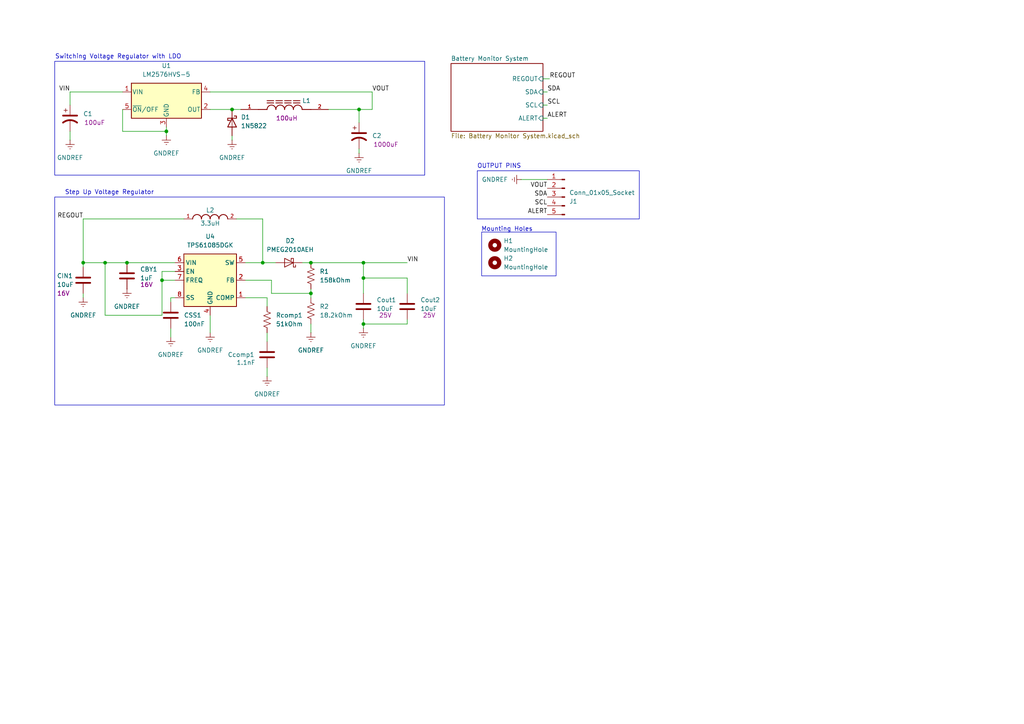
<source format=kicad_sch>
(kicad_sch
	(version 20231120)
	(generator "eeschema")
	(generator_version "8.0")
	(uuid "39b96ce3-0d1f-4af7-8d8c-7f35e443ce2d")
	(paper "A4")
	(title_block
		(title "Avionics Power Regulation Board")
		(date "2024-11-24")
		(rev "1")
		(company "AIAA Fresno State")
		(comment 1 "Author: Carlos Cortes")
	)
	(lib_symbols
		(symbol "Connector:Conn_01x05_Pin"
			(pin_names
				(offset 1.016) hide)
			(exclude_from_sim no)
			(in_bom yes)
			(on_board yes)
			(property "Reference" "J"
				(at 0 7.62 0)
				(effects
					(font
						(size 1.27 1.27)
					)
				)
			)
			(property "Value" "Conn_01x05_Pin"
				(at 0 -7.62 0)
				(effects
					(font
						(size 1.27 1.27)
					)
				)
			)
			(property "Footprint" ""
				(at 0 0 0)
				(effects
					(font
						(size 1.27 1.27)
					)
					(hide yes)
				)
			)
			(property "Datasheet" "~"
				(at 0 0 0)
				(effects
					(font
						(size 1.27 1.27)
					)
					(hide yes)
				)
			)
			(property "Description" "Generic connector, single row, 01x05, script generated"
				(at 0 0 0)
				(effects
					(font
						(size 1.27 1.27)
					)
					(hide yes)
				)
			)
			(property "ki_locked" ""
				(at 0 0 0)
				(effects
					(font
						(size 1.27 1.27)
					)
				)
			)
			(property "ki_keywords" "connector"
				(at 0 0 0)
				(effects
					(font
						(size 1.27 1.27)
					)
					(hide yes)
				)
			)
			(property "ki_fp_filters" "Connector*:*_1x??_*"
				(at 0 0 0)
				(effects
					(font
						(size 1.27 1.27)
					)
					(hide yes)
				)
			)
			(symbol "Conn_01x05_Pin_1_1"
				(polyline
					(pts
						(xy 1.27 -5.08) (xy 0.8636 -5.08)
					)
					(stroke
						(width 0.1524)
						(type default)
					)
					(fill
						(type none)
					)
				)
				(polyline
					(pts
						(xy 1.27 -2.54) (xy 0.8636 -2.54)
					)
					(stroke
						(width 0.1524)
						(type default)
					)
					(fill
						(type none)
					)
				)
				(polyline
					(pts
						(xy 1.27 0) (xy 0.8636 0)
					)
					(stroke
						(width 0.1524)
						(type default)
					)
					(fill
						(type none)
					)
				)
				(polyline
					(pts
						(xy 1.27 2.54) (xy 0.8636 2.54)
					)
					(stroke
						(width 0.1524)
						(type default)
					)
					(fill
						(type none)
					)
				)
				(polyline
					(pts
						(xy 1.27 5.08) (xy 0.8636 5.08)
					)
					(stroke
						(width 0.1524)
						(type default)
					)
					(fill
						(type none)
					)
				)
				(rectangle
					(start 0.8636 -4.953)
					(end 0 -5.207)
					(stroke
						(width 0.1524)
						(type default)
					)
					(fill
						(type outline)
					)
				)
				(rectangle
					(start 0.8636 -2.413)
					(end 0 -2.667)
					(stroke
						(width 0.1524)
						(type default)
					)
					(fill
						(type outline)
					)
				)
				(rectangle
					(start 0.8636 0.127)
					(end 0 -0.127)
					(stroke
						(width 0.1524)
						(type default)
					)
					(fill
						(type outline)
					)
				)
				(rectangle
					(start 0.8636 2.667)
					(end 0 2.413)
					(stroke
						(width 0.1524)
						(type default)
					)
					(fill
						(type outline)
					)
				)
				(rectangle
					(start 0.8636 5.207)
					(end 0 4.953)
					(stroke
						(width 0.1524)
						(type default)
					)
					(fill
						(type outline)
					)
				)
				(pin passive line
					(at 5.08 5.08 180)
					(length 3.81)
					(name "Pin_1"
						(effects
							(font
								(size 1.27 1.27)
							)
						)
					)
					(number "1"
						(effects
							(font
								(size 1.27 1.27)
							)
						)
					)
				)
				(pin passive line
					(at 5.08 2.54 180)
					(length 3.81)
					(name "Pin_2"
						(effects
							(font
								(size 1.27 1.27)
							)
						)
					)
					(number "2"
						(effects
							(font
								(size 1.27 1.27)
							)
						)
					)
				)
				(pin passive line
					(at 5.08 0 180)
					(length 3.81)
					(name "Pin_3"
						(effects
							(font
								(size 1.27 1.27)
							)
						)
					)
					(number "3"
						(effects
							(font
								(size 1.27 1.27)
							)
						)
					)
				)
				(pin passive line
					(at 5.08 -2.54 180)
					(length 3.81)
					(name "Pin_4"
						(effects
							(font
								(size 1.27 1.27)
							)
						)
					)
					(number "4"
						(effects
							(font
								(size 1.27 1.27)
							)
						)
					)
				)
				(pin passive line
					(at 5.08 -5.08 180)
					(length 3.81)
					(name "Pin_5"
						(effects
							(font
								(size 1.27 1.27)
							)
						)
					)
					(number "5"
						(effects
							(font
								(size 1.27 1.27)
							)
						)
					)
				)
			)
		)
		(symbol "DFE252010F-3R3M_P2:DFE252010F-3R3M=P2"
			(pin_names
				(offset 1.016)
			)
			(exclude_from_sim no)
			(in_bom yes)
			(on_board yes)
			(property "Reference" "L"
				(at -7.62 5.08 0)
				(effects
					(font
						(size 1.27 1.27)
					)
					(justify left bottom)
				)
			)
			(property "Value" "DFE252010F-3R3M=P2"
				(at -7.62 2.54 0)
				(effects
					(font
						(size 1.27 1.27)
					)
					(justify left bottom)
				)
			)
			(property "Footprint" "DFE252010F-3R3M=P2:INDC2520X100N"
				(at 0 0 0)
				(effects
					(font
						(size 1.27 1.27)
					)
					(justify bottom)
					(hide yes)
				)
			)
			(property "Datasheet" ""
				(at 0 0 0)
				(effects
					(font
						(size 1.27 1.27)
					)
					(hide yes)
				)
			)
			(property "Description" ""
				(at 0 0 0)
				(effects
					(font
						(size 1.27 1.27)
					)
					(hide yes)
				)
			)
			(property "MF" "Murata"
				(at 0 0 0)
				(effects
					(font
						(size 1.27 1.27)
					)
					(justify bottom)
					(hide yes)
				)
			)
			(property "Description_1" "\n                        \n                            Inductor with Inductance: 3.3uH Tol. +/-20%, Package: 1008 (2520)\n                        \n"
				(at 0 0 0)
				(effects
					(font
						(size 1.27 1.27)
					)
					(justify bottom)
					(hide yes)
				)
			)
			(property "Package" "2520 Murata"
				(at 0 0 0)
				(effects
					(font
						(size 1.27 1.27)
					)
					(justify bottom)
					(hide yes)
				)
			)
			(property "Price" "None"
				(at 0 0 0)
				(effects
					(font
						(size 1.27 1.27)
					)
					(justify bottom)
					(hide yes)
				)
			)
			(property "SnapEDA_Link" "https://www.snapeda.com/parts/DFE252010F-3R3M=P2/Murata/view-part/?ref=snap"
				(at 0 0 0)
				(effects
					(font
						(size 1.27 1.27)
					)
					(justify bottom)
					(hide yes)
				)
			)
			(property "MP" "DFE252010F-3R3M=P2"
				(at 0 0 0)
				(effects
					(font
						(size 1.27 1.27)
					)
					(justify bottom)
					(hide yes)
				)
			)
			(property "Availability" "In Stock"
				(at 0 0 0)
				(effects
					(font
						(size 1.27 1.27)
					)
					(justify bottom)
					(hide yes)
				)
			)
			(property "Check_prices" "https://www.snapeda.com/parts/DFE252010F-3R3M=P2/Murata/view-part/?ref=eda"
				(at 0 0 0)
				(effects
					(font
						(size 1.27 1.27)
					)
					(justify bottom)
					(hide yes)
				)
			)
			(symbol "DFE252010F-3R3M=P2_0_0"
				(arc
					(start -2.54 0)
					(mid -3.81 1.2645)
					(end -5.08 0)
					(stroke
						(width 0.254)
						(type default)
					)
					(fill
						(type none)
					)
				)
				(arc
					(start 0 0)
					(mid -1.27 1.2645)
					(end -2.54 0)
					(stroke
						(width 0.254)
						(type default)
					)
					(fill
						(type none)
					)
				)
				(arc
					(start 2.54 0)
					(mid 1.27 1.2645)
					(end 0 0)
					(stroke
						(width 0.254)
						(type default)
					)
					(fill
						(type none)
					)
				)
				(arc
					(start 5.08 0)
					(mid 3.81 1.2645)
					(end 2.54 0)
					(stroke
						(width 0.254)
						(type default)
					)
					(fill
						(type none)
					)
				)
				(pin passive line
					(at -7.62 0 0)
					(length 2.54)
					(name "~"
						(effects
							(font
								(size 1.016 1.016)
							)
						)
					)
					(number "1"
						(effects
							(font
								(size 1.016 1.016)
							)
						)
					)
				)
				(pin passive line
					(at 7.62 0 180)
					(length 2.54)
					(name "~"
						(effects
							(font
								(size 1.016 1.016)
							)
						)
					)
					(number "2"
						(effects
							(font
								(size 1.016 1.016)
							)
						)
					)
				)
			)
		)
		(symbol "Device:C"
			(pin_numbers hide)
			(pin_names
				(offset 0.254)
			)
			(exclude_from_sim no)
			(in_bom yes)
			(on_board yes)
			(property "Reference" "C"
				(at 0.635 2.54 0)
				(effects
					(font
						(size 1.27 1.27)
					)
					(justify left)
				)
			)
			(property "Value" "C"
				(at 0.635 -2.54 0)
				(effects
					(font
						(size 1.27 1.27)
					)
					(justify left)
				)
			)
			(property "Footprint" ""
				(at 0.9652 -3.81 0)
				(effects
					(font
						(size 1.27 1.27)
					)
					(hide yes)
				)
			)
			(property "Datasheet" "~"
				(at 0 0 0)
				(effects
					(font
						(size 1.27 1.27)
					)
					(hide yes)
				)
			)
			(property "Description" "Unpolarized capacitor"
				(at 0 0 0)
				(effects
					(font
						(size 1.27 1.27)
					)
					(hide yes)
				)
			)
			(property "ki_keywords" "cap capacitor"
				(at 0 0 0)
				(effects
					(font
						(size 1.27 1.27)
					)
					(hide yes)
				)
			)
			(property "ki_fp_filters" "C_*"
				(at 0 0 0)
				(effects
					(font
						(size 1.27 1.27)
					)
					(hide yes)
				)
			)
			(symbol "C_0_1"
				(polyline
					(pts
						(xy -2.032 -0.762) (xy 2.032 -0.762)
					)
					(stroke
						(width 0.508)
						(type default)
					)
					(fill
						(type none)
					)
				)
				(polyline
					(pts
						(xy -2.032 0.762) (xy 2.032 0.762)
					)
					(stroke
						(width 0.508)
						(type default)
					)
					(fill
						(type none)
					)
				)
			)
			(symbol "C_1_1"
				(pin passive line
					(at 0 3.81 270)
					(length 2.794)
					(name "~"
						(effects
							(font
								(size 1.27 1.27)
							)
						)
					)
					(number "1"
						(effects
							(font
								(size 1.27 1.27)
							)
						)
					)
				)
				(pin passive line
					(at 0 -3.81 90)
					(length 2.794)
					(name "~"
						(effects
							(font
								(size 1.27 1.27)
							)
						)
					)
					(number "2"
						(effects
							(font
								(size 1.27 1.27)
							)
						)
					)
				)
			)
		)
		(symbol "Device:C_Polarized_US"
			(pin_numbers hide)
			(pin_names
				(offset 0.254) hide)
			(exclude_from_sim no)
			(in_bom yes)
			(on_board yes)
			(property "Reference" "C"
				(at 0.635 2.54 0)
				(effects
					(font
						(size 1.27 1.27)
					)
					(justify left)
				)
			)
			(property "Value" "C_Polarized_US"
				(at 0.635 -2.54 0)
				(effects
					(font
						(size 1.27 1.27)
					)
					(justify left)
				)
			)
			(property "Footprint" ""
				(at 0 0 0)
				(effects
					(font
						(size 1.27 1.27)
					)
					(hide yes)
				)
			)
			(property "Datasheet" "~"
				(at 0 0 0)
				(effects
					(font
						(size 1.27 1.27)
					)
					(hide yes)
				)
			)
			(property "Description" "Polarized capacitor, US symbol"
				(at 0 0 0)
				(effects
					(font
						(size 1.27 1.27)
					)
					(hide yes)
				)
			)
			(property "ki_keywords" "cap capacitor"
				(at 0 0 0)
				(effects
					(font
						(size 1.27 1.27)
					)
					(hide yes)
				)
			)
			(property "ki_fp_filters" "CP_*"
				(at 0 0 0)
				(effects
					(font
						(size 1.27 1.27)
					)
					(hide yes)
				)
			)
			(symbol "C_Polarized_US_0_1"
				(polyline
					(pts
						(xy -2.032 0.762) (xy 2.032 0.762)
					)
					(stroke
						(width 0.508)
						(type default)
					)
					(fill
						(type none)
					)
				)
				(polyline
					(pts
						(xy -1.778 2.286) (xy -0.762 2.286)
					)
					(stroke
						(width 0)
						(type default)
					)
					(fill
						(type none)
					)
				)
				(polyline
					(pts
						(xy -1.27 1.778) (xy -1.27 2.794)
					)
					(stroke
						(width 0)
						(type default)
					)
					(fill
						(type none)
					)
				)
				(arc
					(start 2.032 -1.27)
					(mid 0 -0.5572)
					(end -2.032 -1.27)
					(stroke
						(width 0.508)
						(type default)
					)
					(fill
						(type none)
					)
				)
			)
			(symbol "C_Polarized_US_1_1"
				(pin passive line
					(at 0 3.81 270)
					(length 2.794)
					(name "~"
						(effects
							(font
								(size 1.27 1.27)
							)
						)
					)
					(number "1"
						(effects
							(font
								(size 1.27 1.27)
							)
						)
					)
				)
				(pin passive line
					(at 0 -3.81 90)
					(length 3.302)
					(name "~"
						(effects
							(font
								(size 1.27 1.27)
							)
						)
					)
					(number "2"
						(effects
							(font
								(size 1.27 1.27)
							)
						)
					)
				)
			)
		)
		(symbol "Device:R_US"
			(pin_numbers hide)
			(pin_names
				(offset 0)
			)
			(exclude_from_sim no)
			(in_bom yes)
			(on_board yes)
			(property "Reference" "R"
				(at 2.54 0 90)
				(effects
					(font
						(size 1.27 1.27)
					)
				)
			)
			(property "Value" "R_US"
				(at -2.54 0 90)
				(effects
					(font
						(size 1.27 1.27)
					)
				)
			)
			(property "Footprint" ""
				(at 1.016 -0.254 90)
				(effects
					(font
						(size 1.27 1.27)
					)
					(hide yes)
				)
			)
			(property "Datasheet" "~"
				(at 0 0 0)
				(effects
					(font
						(size 1.27 1.27)
					)
					(hide yes)
				)
			)
			(property "Description" "Resistor, US symbol"
				(at 0 0 0)
				(effects
					(font
						(size 1.27 1.27)
					)
					(hide yes)
				)
			)
			(property "ki_keywords" "R res resistor"
				(at 0 0 0)
				(effects
					(font
						(size 1.27 1.27)
					)
					(hide yes)
				)
			)
			(property "ki_fp_filters" "R_*"
				(at 0 0 0)
				(effects
					(font
						(size 1.27 1.27)
					)
					(hide yes)
				)
			)
			(symbol "R_US_0_1"
				(polyline
					(pts
						(xy 0 -2.286) (xy 0 -2.54)
					)
					(stroke
						(width 0)
						(type default)
					)
					(fill
						(type none)
					)
				)
				(polyline
					(pts
						(xy 0 2.286) (xy 0 2.54)
					)
					(stroke
						(width 0)
						(type default)
					)
					(fill
						(type none)
					)
				)
				(polyline
					(pts
						(xy 0 -0.762) (xy 1.016 -1.143) (xy 0 -1.524) (xy -1.016 -1.905) (xy 0 -2.286)
					)
					(stroke
						(width 0)
						(type default)
					)
					(fill
						(type none)
					)
				)
				(polyline
					(pts
						(xy 0 0.762) (xy 1.016 0.381) (xy 0 0) (xy -1.016 -0.381) (xy 0 -0.762)
					)
					(stroke
						(width 0)
						(type default)
					)
					(fill
						(type none)
					)
				)
				(polyline
					(pts
						(xy 0 2.286) (xy 1.016 1.905) (xy 0 1.524) (xy -1.016 1.143) (xy 0 0.762)
					)
					(stroke
						(width 0)
						(type default)
					)
					(fill
						(type none)
					)
				)
			)
			(symbol "R_US_1_1"
				(pin passive line
					(at 0 3.81 270)
					(length 1.27)
					(name "~"
						(effects
							(font
								(size 1.27 1.27)
							)
						)
					)
					(number "1"
						(effects
							(font
								(size 1.27 1.27)
							)
						)
					)
				)
				(pin passive line
					(at 0 -3.81 90)
					(length 1.27)
					(name "~"
						(effects
							(font
								(size 1.27 1.27)
							)
						)
					)
					(number "2"
						(effects
							(font
								(size 1.27 1.27)
							)
						)
					)
				)
			)
		)
		(symbol "Diode:1N5822"
			(pin_numbers hide)
			(pin_names
				(offset 1.016) hide)
			(exclude_from_sim no)
			(in_bom yes)
			(on_board yes)
			(property "Reference" "D"
				(at 0 2.54 0)
				(effects
					(font
						(size 1.27 1.27)
					)
				)
			)
			(property "Value" "1N5822"
				(at 0 -2.54 0)
				(effects
					(font
						(size 1.27 1.27)
					)
				)
			)
			(property "Footprint" "Diode_THT:D_DO-201AD_P15.24mm_Horizontal"
				(at 0 -4.445 0)
				(effects
					(font
						(size 1.27 1.27)
					)
					(hide yes)
				)
			)
			(property "Datasheet" "http://www.vishay.com/docs/88526/1n5820.pdf"
				(at 0 0 0)
				(effects
					(font
						(size 1.27 1.27)
					)
					(hide yes)
				)
			)
			(property "Description" "40V 3A Schottky Barrier Rectifier Diode, DO-201AD"
				(at 0 0 0)
				(effects
					(font
						(size 1.27 1.27)
					)
					(hide yes)
				)
			)
			(property "ki_keywords" "diode Schottky"
				(at 0 0 0)
				(effects
					(font
						(size 1.27 1.27)
					)
					(hide yes)
				)
			)
			(property "ki_fp_filters" "D*DO?201AD*"
				(at 0 0 0)
				(effects
					(font
						(size 1.27 1.27)
					)
					(hide yes)
				)
			)
			(symbol "1N5822_0_1"
				(polyline
					(pts
						(xy 1.27 0) (xy -1.27 0)
					)
					(stroke
						(width 0)
						(type default)
					)
					(fill
						(type none)
					)
				)
				(polyline
					(pts
						(xy 1.27 1.27) (xy 1.27 -1.27) (xy -1.27 0) (xy 1.27 1.27)
					)
					(stroke
						(width 0.254)
						(type default)
					)
					(fill
						(type none)
					)
				)
				(polyline
					(pts
						(xy -1.905 0.635) (xy -1.905 1.27) (xy -1.27 1.27) (xy -1.27 -1.27) (xy -0.635 -1.27) (xy -0.635 -0.635)
					)
					(stroke
						(width 0.254)
						(type default)
					)
					(fill
						(type none)
					)
				)
			)
			(symbol "1N5822_1_1"
				(pin passive line
					(at -3.81 0 0)
					(length 2.54)
					(name "K"
						(effects
							(font
								(size 1.27 1.27)
							)
						)
					)
					(number "1"
						(effects
							(font
								(size 1.27 1.27)
							)
						)
					)
				)
				(pin passive line
					(at 3.81 0 180)
					(length 2.54)
					(name "A"
						(effects
							(font
								(size 1.27 1.27)
							)
						)
					)
					(number "2"
						(effects
							(font
								(size 1.27 1.27)
							)
						)
					)
				)
			)
		)
		(symbol "Diode:PMEG2010AEH"
			(pin_numbers hide)
			(pin_names hide)
			(exclude_from_sim no)
			(in_bom yes)
			(on_board yes)
			(property "Reference" "D"
				(at 0 2.54 0)
				(effects
					(font
						(size 1.27 1.27)
					)
				)
			)
			(property "Value" "PMEG2010AEH"
				(at 0 -2.54 0)
				(effects
					(font
						(size 1.27 1.27)
					)
				)
			)
			(property "Footprint" "Diode_SMD:D_SOD-123F"
				(at 0 -4.445 0)
				(effects
					(font
						(size 1.27 1.27)
					)
					(hide yes)
				)
			)
			(property "Datasheet" "https://assets.nexperia.com/documents/data-sheet/PMEG2010AEH_PMEG2010AET.pdf"
				(at 0 0 0)
				(effects
					(font
						(size 1.27 1.27)
					)
					(hide yes)
				)
			)
			(property "Description" "20V, 1A very low Vf MEGA Schottky barrier rectifier, SOD-123F"
				(at 0 0 0)
				(effects
					(font
						(size 1.27 1.27)
					)
					(hide yes)
				)
			)
			(property "ki_keywords" "forward voltage diode"
				(at 0 0 0)
				(effects
					(font
						(size 1.27 1.27)
					)
					(hide yes)
				)
			)
			(property "ki_fp_filters" "D*SOD?123F*"
				(at 0 0 0)
				(effects
					(font
						(size 1.27 1.27)
					)
					(hide yes)
				)
			)
			(symbol "PMEG2010AEH_0_1"
				(polyline
					(pts
						(xy 1.27 0) (xy -1.27 0)
					)
					(stroke
						(width 0)
						(type default)
					)
					(fill
						(type none)
					)
				)
				(polyline
					(pts
						(xy 1.27 1.27) (xy 1.27 -1.27) (xy -1.27 0) (xy 1.27 1.27)
					)
					(stroke
						(width 0.2032)
						(type default)
					)
					(fill
						(type none)
					)
				)
				(polyline
					(pts
						(xy -1.905 0.635) (xy -1.905 1.27) (xy -1.27 1.27) (xy -1.27 -1.27) (xy -0.635 -1.27) (xy -0.635 -0.635)
					)
					(stroke
						(width 0.2032)
						(type default)
					)
					(fill
						(type none)
					)
				)
			)
			(symbol "PMEG2010AEH_1_1"
				(pin passive line
					(at -3.81 0 0)
					(length 2.54)
					(name "K"
						(effects
							(font
								(size 1.27 1.27)
							)
						)
					)
					(number "1"
						(effects
							(font
								(size 1.27 1.27)
							)
						)
					)
				)
				(pin passive line
					(at 3.81 0 180)
					(length 2.54)
					(name "A"
						(effects
							(font
								(size 1.27 1.27)
							)
						)
					)
					(number "2"
						(effects
							(font
								(size 1.27 1.27)
							)
						)
					)
				)
			)
		)
		(symbol "Mechanical:MountingHole"
			(pin_names
				(offset 1.016)
			)
			(exclude_from_sim yes)
			(in_bom no)
			(on_board yes)
			(property "Reference" "H"
				(at 0 5.08 0)
				(effects
					(font
						(size 1.27 1.27)
					)
				)
			)
			(property "Value" "MountingHole"
				(at 0 3.175 0)
				(effects
					(font
						(size 1.27 1.27)
					)
				)
			)
			(property "Footprint" ""
				(at 0 0 0)
				(effects
					(font
						(size 1.27 1.27)
					)
					(hide yes)
				)
			)
			(property "Datasheet" "~"
				(at 0 0 0)
				(effects
					(font
						(size 1.27 1.27)
					)
					(hide yes)
				)
			)
			(property "Description" "Mounting Hole without connection"
				(at 0 0 0)
				(effects
					(font
						(size 1.27 1.27)
					)
					(hide yes)
				)
			)
			(property "ki_keywords" "mounting hole"
				(at 0 0 0)
				(effects
					(font
						(size 1.27 1.27)
					)
					(hide yes)
				)
			)
			(property "ki_fp_filters" "MountingHole*"
				(at 0 0 0)
				(effects
					(font
						(size 1.27 1.27)
					)
					(hide yes)
				)
			)
			(symbol "MountingHole_0_1"
				(circle
					(center 0 0)
					(radius 1.27)
					(stroke
						(width 1.27)
						(type default)
					)
					(fill
						(type none)
					)
				)
			)
		)
		(symbol "RLB9012-101KL:RLB9012-101KL"
			(pin_names
				(offset 1.016)
			)
			(exclude_from_sim no)
			(in_bom yes)
			(on_board yes)
			(property "Reference" "L"
				(at -5.08 3.81 0)
				(effects
					(font
						(size 1.27 1.27)
					)
					(justify left bottom)
				)
			)
			(property "Value" "RLB9012-101KL"
				(at -5.08 -2.54 0)
				(effects
					(font
						(size 1.27 1.27)
					)
					(justify left bottom)
				)
			)
			(property "Footprint" "RLB9012-101KL:IND_RLB9012-101KL"
				(at 0 0 0)
				(effects
					(font
						(size 1.27 1.27)
					)
					(justify bottom)
					(hide yes)
				)
			)
			(property "Datasheet" ""
				(at 0 0 0)
				(effects
					(font
						(size 1.27 1.27)
					)
					(hide yes)
				)
			)
			(property "Description" ""
				(at 0 0 0)
				(effects
					(font
						(size 1.27 1.27)
					)
					(hide yes)
				)
			)
			(property "MF" "Bourns"
				(at 0 0 0)
				(effects
					(font
						(size 1.27 1.27)
					)
					(justify bottom)
					(hide yes)
				)
			)
			(property "MAXIMUM_PACKAGE_HEIGHT" "12.2mm"
				(at 0 0 0)
				(effects
					(font
						(size 1.27 1.27)
					)
					(justify bottom)
					(hide yes)
				)
			)
			(property "Package" "Radial Bourns - J.W. Miller"
				(at 0 0 0)
				(effects
					(font
						(size 1.27 1.27)
					)
					(justify bottom)
					(hide yes)
				)
			)
			(property "Price" "None"
				(at 0 0 0)
				(effects
					(font
						(size 1.27 1.27)
					)
					(justify bottom)
					(hide yes)
				)
			)
			(property "Check_prices" "https://www.snapeda.com/parts/RLB9012-101KL/Bourns/view-part/?ref=eda"
				(at 0 0 0)
				(effects
					(font
						(size 1.27 1.27)
					)
					(justify bottom)
					(hide yes)
				)
			)
			(property "STANDARD" "IPC7351B"
				(at 0 0 0)
				(effects
					(font
						(size 1.27 1.27)
					)
					(justify bottom)
					(hide yes)
				)
			)
			(property "PARTREV" "07/21"
				(at 0 0 0)
				(effects
					(font
						(size 1.27 1.27)
					)
					(justify bottom)
					(hide yes)
				)
			)
			(property "SnapEDA_Link" "https://www.snapeda.com/parts/RLB9012-101KL/Bourns/view-part/?ref=snap"
				(at 0 0 0)
				(effects
					(font
						(size 1.27 1.27)
					)
					(justify bottom)
					(hide yes)
				)
			)
			(property "MP" "RLB9012-101KL"
				(at 0 0 0)
				(effects
					(font
						(size 1.27 1.27)
					)
					(justify bottom)
					(hide yes)
				)
			)
			(property "Description_1" "\n                        \n                            Inductors,Radial,100uH,10%,0.33 Ohm DCR Max | Bourns RLB9012-101KL\n                        \n"
				(at 0 0 0)
				(effects
					(font
						(size 1.27 1.27)
					)
					(justify bottom)
					(hide yes)
				)
			)
			(property "SNAPEDA_PN" "RLB9012-102KL"
				(at 0 0 0)
				(effects
					(font
						(size 1.27 1.27)
					)
					(justify bottom)
					(hide yes)
				)
			)
			(property "Availability" "In Stock"
				(at 0 0 0)
				(effects
					(font
						(size 1.27 1.27)
					)
					(justify bottom)
					(hide yes)
				)
			)
			(property "MANUFACTURER" "Bourns"
				(at 0 0 0)
				(effects
					(font
						(size 1.27 1.27)
					)
					(justify bottom)
					(hide yes)
				)
			)
			(symbol "RLB9012-101KL_0_0"
				(arc
					(start -2.54 0)
					(mid -3.81 1.2645)
					(end -5.08 0)
					(stroke
						(width 0.254)
						(type default)
					)
					(fill
						(type none)
					)
				)
				(arc
					(start 0 0)
					(mid -1.27 1.2645)
					(end -2.54 0)
					(stroke
						(width 0.254)
						(type default)
					)
					(fill
						(type none)
					)
				)
				(polyline
					(pts
						(xy -5.08 0) (xy -7.62 0)
					)
					(stroke
						(width 0.254)
						(type default)
					)
					(fill
						(type none)
					)
				)
				(polyline
					(pts
						(xy -5.08 1.905) (xy -3.175 1.905)
					)
					(stroke
						(width 0.254)
						(type default)
					)
					(fill
						(type none)
					)
				)
				(polyline
					(pts
						(xy -5.08 2.54) (xy -3.175 2.54)
					)
					(stroke
						(width 0.254)
						(type default)
					)
					(fill
						(type none)
					)
				)
				(polyline
					(pts
						(xy -2.54 1.905) (xy -0.635 1.905)
					)
					(stroke
						(width 0.254)
						(type default)
					)
					(fill
						(type none)
					)
				)
				(polyline
					(pts
						(xy -2.54 2.54) (xy -0.635 2.54)
					)
					(stroke
						(width 0.254)
						(type default)
					)
					(fill
						(type none)
					)
				)
				(polyline
					(pts
						(xy 0 1.905) (xy 1.905 1.905)
					)
					(stroke
						(width 0.254)
						(type default)
					)
					(fill
						(type none)
					)
				)
				(polyline
					(pts
						(xy 0 2.54) (xy 1.905 2.54)
					)
					(stroke
						(width 0.254)
						(type default)
					)
					(fill
						(type none)
					)
				)
				(polyline
					(pts
						(xy 2.54 1.905) (xy 4.445 1.905)
					)
					(stroke
						(width 0.254)
						(type default)
					)
					(fill
						(type none)
					)
				)
				(polyline
					(pts
						(xy 2.54 2.54) (xy 4.445 2.54)
					)
					(stroke
						(width 0.254)
						(type default)
					)
					(fill
						(type none)
					)
				)
				(polyline
					(pts
						(xy 5.08 0) (xy 7.62 0)
					)
					(stroke
						(width 0.254)
						(type default)
					)
					(fill
						(type none)
					)
				)
				(arc
					(start 2.54 0)
					(mid 1.27 1.2645)
					(end 0 0)
					(stroke
						(width 0.254)
						(type default)
					)
					(fill
						(type none)
					)
				)
				(arc
					(start 5.08 0)
					(mid 3.81 1.2645)
					(end 2.54 0)
					(stroke
						(width 0.254)
						(type default)
					)
					(fill
						(type none)
					)
				)
				(pin passive line
					(at -12.7 0 0)
					(length 5.08)
					(name "~"
						(effects
							(font
								(size 1.016 1.016)
							)
						)
					)
					(number "1"
						(effects
							(font
								(size 1.016 1.016)
							)
						)
					)
				)
				(pin passive line
					(at 12.7 0 180)
					(length 5.08)
					(name "~"
						(effects
							(font
								(size 1.016 1.016)
							)
						)
					)
					(number "2"
						(effects
							(font
								(size 1.016 1.016)
							)
						)
					)
				)
			)
		)
		(symbol "Regulator_Switching:LM2576HVS-5"
			(pin_names
				(offset 0.254)
			)
			(exclude_from_sim no)
			(in_bom yes)
			(on_board yes)
			(property "Reference" "U"
				(at -10.16 6.35 0)
				(effects
					(font
						(size 1.27 1.27)
					)
					(justify left)
				)
			)
			(property "Value" "LM2576HVS-5"
				(at 0 6.35 0)
				(effects
					(font
						(size 1.27 1.27)
					)
					(justify left)
				)
			)
			(property "Footprint" "Package_TO_SOT_SMD:TO-263-5_TabPin3"
				(at 0 -6.35 0)
				(effects
					(font
						(size 1.27 1.27)
						(italic yes)
					)
					(justify left)
					(hide yes)
				)
			)
			(property "Datasheet" "http://www.ti.com/lit/ds/symlink/lm2576.pdf"
				(at 0 0 0)
				(effects
					(font
						(size 1.27 1.27)
					)
					(hide yes)
				)
			)
			(property "Description" "5V 3A, SIMPLE SWITCHER® Step-Down Voltage Regulator, High Voltage Input, TO-263"
				(at 0 0 0)
				(effects
					(font
						(size 1.27 1.27)
					)
					(hide yes)
				)
			)
			(property "ki_keywords" "Step-Down Voltage Regulator 5V 3A High Voltage"
				(at 0 0 0)
				(effects
					(font
						(size 1.27 1.27)
					)
					(hide yes)
				)
			)
			(property "ki_fp_filters" "TO?263*"
				(at 0 0 0)
				(effects
					(font
						(size 1.27 1.27)
					)
					(hide yes)
				)
			)
			(symbol "LM2576HVS-5_0_1"
				(rectangle
					(start -10.16 5.08)
					(end 10.16 -5.08)
					(stroke
						(width 0.254)
						(type default)
					)
					(fill
						(type background)
					)
				)
			)
			(symbol "LM2576HVS-5_1_1"
				(pin power_in line
					(at -12.7 2.54 0)
					(length 2.54)
					(name "VIN"
						(effects
							(font
								(size 1.27 1.27)
							)
						)
					)
					(number "1"
						(effects
							(font
								(size 1.27 1.27)
							)
						)
					)
				)
				(pin output line
					(at 12.7 -2.54 180)
					(length 2.54)
					(name "OUT"
						(effects
							(font
								(size 1.27 1.27)
							)
						)
					)
					(number "2"
						(effects
							(font
								(size 1.27 1.27)
							)
						)
					)
				)
				(pin power_in line
					(at 0 -7.62 90)
					(length 2.54)
					(name "GND"
						(effects
							(font
								(size 1.27 1.27)
							)
						)
					)
					(number "3"
						(effects
							(font
								(size 1.27 1.27)
							)
						)
					)
				)
				(pin input line
					(at 12.7 2.54 180)
					(length 2.54)
					(name "FB"
						(effects
							(font
								(size 1.27 1.27)
							)
						)
					)
					(number "4"
						(effects
							(font
								(size 1.27 1.27)
							)
						)
					)
				)
				(pin input line
					(at -12.7 -2.54 0)
					(length 2.54)
					(name "~{ON}/OFF"
						(effects
							(font
								(size 1.27 1.27)
							)
						)
					)
					(number "5"
						(effects
							(font
								(size 1.27 1.27)
							)
						)
					)
				)
			)
		)
		(symbol "Regulator_Switching:TPS61085DGK"
			(exclude_from_sim no)
			(in_bom yes)
			(on_board yes)
			(property "Reference" "U"
				(at -7.62 10.16 0)
				(effects
					(font
						(size 1.27 1.27)
					)
					(justify left top)
				)
			)
			(property "Value" "TPS61085DGK"
				(at 1.27 8.89 0)
				(effects
					(font
						(size 1.27 1.27)
					)
					(justify left)
				)
			)
			(property "Footprint" "Package_SO:VSSOP-8_3x3mm_P0.65mm"
				(at 22.86 -8.89 0)
				(effects
					(font
						(size 1.27 1.27)
					)
					(hide yes)
				)
			)
			(property "Datasheet" "https://www.ti.com/lit/ds/symlink/tps61085.pdf"
				(at 0 0 0)
				(effects
					(font
						(size 1.27 1.27)
					)
					(hide yes)
				)
			)
			(property "Description" "Step-Up DC-DC Converter, input 2.3V to 6V , output 2.8V to 18.5, VSSOP-8"
				(at 0 0 0)
				(effects
					(font
						(size 1.27 1.27)
					)
					(hide yes)
				)
			)
			(property "ki_keywords" "boost converter switching VSSOP-8"
				(at 0 0 0)
				(effects
					(font
						(size 1.27 1.27)
					)
					(hide yes)
				)
			)
			(property "ki_fp_filters" "VSSOP*3x3mm*P0.65mm*"
				(at 0 0 0)
				(effects
					(font
						(size 1.27 1.27)
					)
					(hide yes)
				)
			)
			(symbol "TPS61085DGK_0_1"
				(rectangle
					(start -7.62 7.62)
					(end 7.62 -7.62)
					(stroke
						(width 0.254)
						(type default)
					)
					(fill
						(type background)
					)
				)
			)
			(symbol "TPS61085DGK_1_1"
				(pin passive line
					(at 10.16 -5.08 180)
					(length 2.54)
					(name "COMP"
						(effects
							(font
								(size 1.27 1.27)
							)
						)
					)
					(number "1"
						(effects
							(font
								(size 1.27 1.27)
							)
						)
					)
				)
				(pin input line
					(at 10.16 0 180)
					(length 2.54)
					(name "FB"
						(effects
							(font
								(size 1.27 1.27)
							)
						)
					)
					(number "2"
						(effects
							(font
								(size 1.27 1.27)
							)
						)
					)
				)
				(pin input line
					(at -10.16 2.54 0)
					(length 2.54)
					(name "EN"
						(effects
							(font
								(size 1.27 1.27)
							)
						)
					)
					(number "3"
						(effects
							(font
								(size 1.27 1.27)
							)
						)
					)
				)
				(pin power_in line
					(at 0 -10.16 90)
					(length 2.54)
					(name "GND"
						(effects
							(font
								(size 1.27 1.27)
							)
						)
					)
					(number "4"
						(effects
							(font
								(size 1.27 1.27)
							)
						)
					)
				)
				(pin power_out line
					(at 10.16 5.08 180)
					(length 2.54)
					(name "SW"
						(effects
							(font
								(size 1.27 1.27)
							)
						)
					)
					(number "5"
						(effects
							(font
								(size 1.27 1.27)
							)
						)
					)
				)
				(pin power_in line
					(at -10.16 5.08 0)
					(length 2.54)
					(name "VIN"
						(effects
							(font
								(size 1.27 1.27)
							)
						)
					)
					(number "6"
						(effects
							(font
								(size 1.27 1.27)
							)
						)
					)
				)
				(pin input line
					(at -10.16 0 0)
					(length 2.54)
					(name "FREQ"
						(effects
							(font
								(size 1.27 1.27)
							)
						)
					)
					(number "7"
						(effects
							(font
								(size 1.27 1.27)
							)
						)
					)
				)
				(pin passive line
					(at -10.16 -5.08 0)
					(length 2.54)
					(name "SS"
						(effects
							(font
								(size 1.27 1.27)
							)
						)
					)
					(number "8"
						(effects
							(font
								(size 1.27 1.27)
							)
						)
					)
				)
			)
		)
		(symbol "power:GNDREF"
			(power)
			(pin_numbers hide)
			(pin_names
				(offset 0) hide)
			(exclude_from_sim no)
			(in_bom yes)
			(on_board yes)
			(property "Reference" "#PWR"
				(at 0 -6.35 0)
				(effects
					(font
						(size 1.27 1.27)
					)
					(hide yes)
				)
			)
			(property "Value" "GNDREF"
				(at 0 -3.81 0)
				(effects
					(font
						(size 1.27 1.27)
					)
				)
			)
			(property "Footprint" ""
				(at 0 0 0)
				(effects
					(font
						(size 1.27 1.27)
					)
					(hide yes)
				)
			)
			(property "Datasheet" ""
				(at 0 0 0)
				(effects
					(font
						(size 1.27 1.27)
					)
					(hide yes)
				)
			)
			(property "Description" "Power symbol creates a global label with name \"GNDREF\" , reference supply ground"
				(at 0 0 0)
				(effects
					(font
						(size 1.27 1.27)
					)
					(hide yes)
				)
			)
			(property "ki_keywords" "global power"
				(at 0 0 0)
				(effects
					(font
						(size 1.27 1.27)
					)
					(hide yes)
				)
			)
			(symbol "GNDREF_0_1"
				(polyline
					(pts
						(xy -0.635 -1.905) (xy 0.635 -1.905)
					)
					(stroke
						(width 0)
						(type default)
					)
					(fill
						(type none)
					)
				)
				(polyline
					(pts
						(xy -0.127 -2.54) (xy 0.127 -2.54)
					)
					(stroke
						(width 0)
						(type default)
					)
					(fill
						(type none)
					)
				)
				(polyline
					(pts
						(xy 0 -1.27) (xy 0 0)
					)
					(stroke
						(width 0)
						(type default)
					)
					(fill
						(type none)
					)
				)
				(polyline
					(pts
						(xy 1.27 -1.27) (xy -1.27 -1.27)
					)
					(stroke
						(width 0)
						(type default)
					)
					(fill
						(type none)
					)
				)
			)
			(symbol "GNDREF_1_1"
				(pin power_in line
					(at 0 0 270)
					(length 0)
					(name "~"
						(effects
							(font
								(size 1.27 1.27)
							)
						)
					)
					(number "1"
						(effects
							(font
								(size 1.27 1.27)
							)
						)
					)
				)
			)
		)
	)
	(junction
		(at 24.13 76.2)
		(diameter 0)
		(color 0 0 0 0)
		(uuid "05ac8c16-f406-492f-b8a2-15543a909b1d")
	)
	(junction
		(at 67.31 31.75)
		(diameter 0)
		(color 0 0 0 0)
		(uuid "0a0c8455-e272-403d-ac02-10c9100ffbc5")
	)
	(junction
		(at 90.17 76.2)
		(diameter 0)
		(color 0 0 0 0)
		(uuid "11935fe8-e3a6-4da0-a71c-e518c3acdaa6")
	)
	(junction
		(at 48.26 38.1)
		(diameter 0)
		(color 0 0 0 0)
		(uuid "35af12b0-0537-4c16-96ac-b6d46f41ecc7")
	)
	(junction
		(at 30.48 76.2)
		(diameter 0)
		(color 0 0 0 0)
		(uuid "36ad8e62-02e3-41d2-98ad-e62f9c210822")
	)
	(junction
		(at 105.41 93.98)
		(diameter 0)
		(color 0 0 0 0)
		(uuid "44c0e04b-49be-48b5-bf66-eb6d94c5bc12")
	)
	(junction
		(at 105.41 76.2)
		(diameter 0)
		(color 0 0 0 0)
		(uuid "605cc2bf-5609-4e0e-a423-a9ee63af7f4e")
	)
	(junction
		(at 76.2 76.2)
		(diameter 0)
		(color 0 0 0 0)
		(uuid "673e5900-09f9-4791-bcb9-88961ba2eddb")
	)
	(junction
		(at 104.14 31.75)
		(diameter 0)
		(color 0 0 0 0)
		(uuid "7b7995ae-3537-4e27-9d72-290d6a9d0e05")
	)
	(junction
		(at 90.17 85.09)
		(diameter 0)
		(color 0 0 0 0)
		(uuid "b0233c28-7c8a-41da-aa4c-6395ec412d0e")
	)
	(junction
		(at 46.99 81.28)
		(diameter 0)
		(color 0 0 0 0)
		(uuid "b1ecc3d7-506a-4d2b-a842-ea3ff289b5f2")
	)
	(junction
		(at 36.83 76.2)
		(diameter 0)
		(color 0 0 0 0)
		(uuid "bdf430eb-4c32-491f-bd47-ce5c6474cf7e")
	)
	(junction
		(at 105.41 80.645)
		(diameter 0)
		(color 0 0 0 0)
		(uuid "cad9f994-1fb8-4167-b8eb-7ae9169b7b50")
	)
	(wire
		(pts
			(xy 76.2 76.2) (xy 80.01 76.2)
		)
		(stroke
			(width 0)
			(type default)
		)
		(uuid "010f8674-aa58-4ccc-a865-170399b4bbec")
	)
	(wire
		(pts
			(xy 157.48 22.86) (xy 159.385 22.86)
		)
		(stroke
			(width 0)
			(type default)
		)
		(uuid "0a1660ba-dd2d-46bb-953a-2fa3adec990b")
	)
	(wire
		(pts
			(xy 157.48 26.67) (xy 158.75 26.67)
		)
		(stroke
			(width 0)
			(type default)
		)
		(uuid "0a6566d1-386f-481a-9c9d-d304549d0127")
	)
	(wire
		(pts
			(xy 60.96 31.75) (xy 67.31 31.75)
		)
		(stroke
			(width 0)
			(type default)
		)
		(uuid "0e3f4f53-f083-479b-910b-a1d4e80425ed")
	)
	(wire
		(pts
			(xy 104.14 31.75) (xy 104.14 35.56)
		)
		(stroke
			(width 0)
			(type default)
		)
		(uuid "0ee259a3-17c0-41a5-a83c-02f82d06d880")
	)
	(wire
		(pts
			(xy 105.41 76.2) (xy 118.11 76.2)
		)
		(stroke
			(width 0)
			(type default)
		)
		(uuid "16b6795c-2b54-4066-96ed-84e82c14ae47")
	)
	(wire
		(pts
			(xy 24.13 76.2) (xy 30.48 76.2)
		)
		(stroke
			(width 0)
			(type default)
		)
		(uuid "1760cd4b-835e-41cc-ab6a-67bf0d35971d")
	)
	(wire
		(pts
			(xy 118.11 92.71) (xy 118.11 93.98)
		)
		(stroke
			(width 0)
			(type default)
		)
		(uuid "17947523-7dc7-4d20-8135-36aef30c5c13")
	)
	(wire
		(pts
			(xy 48.26 38.1) (xy 35.56 38.1)
		)
		(stroke
			(width 0)
			(type default)
		)
		(uuid "1bb644a4-4059-4060-a063-71afb5d5d139")
	)
	(wire
		(pts
			(xy 36.83 76.2) (xy 50.8 76.2)
		)
		(stroke
			(width 0)
			(type default)
		)
		(uuid "1f86b2d8-72e2-4824-8f2d-269cf2185055")
	)
	(wire
		(pts
			(xy 76.2 63.5) (xy 76.2 76.2)
		)
		(stroke
			(width 0)
			(type default)
		)
		(uuid "2860b2a3-160b-4e76-8ade-cb8277d1dd3f")
	)
	(wire
		(pts
			(xy 24.13 85.09) (xy 24.13 86.36)
		)
		(stroke
			(width 0)
			(type default)
		)
		(uuid "299c04bd-50a0-4b0c-9fdd-579844b7592a")
	)
	(wire
		(pts
			(xy 24.13 63.5) (xy 24.13 76.2)
		)
		(stroke
			(width 0)
			(type default)
		)
		(uuid "343be1c7-605e-455f-b4d3-620a3ba5fed4")
	)
	(wire
		(pts
			(xy 105.41 92.71) (xy 105.41 93.98)
		)
		(stroke
			(width 0)
			(type default)
		)
		(uuid "382c8e8c-1be5-42a5-b3c9-2a83afcfe925")
	)
	(wire
		(pts
			(xy 20.32 38.1) (xy 20.32 40.64)
		)
		(stroke
			(width 0)
			(type default)
		)
		(uuid "3858ab02-4bba-48c1-8454-6beb457f576a")
	)
	(wire
		(pts
			(xy 68.58 63.5) (xy 76.2 63.5)
		)
		(stroke
			(width 0)
			(type default)
		)
		(uuid "3e8b511c-08ff-4ded-84d1-adc1dd39da76")
	)
	(wire
		(pts
			(xy 90.17 85.09) (xy 78.74 85.09)
		)
		(stroke
			(width 0)
			(type default)
		)
		(uuid "441fcdf4-3802-4147-a3af-2792cb993fff")
	)
	(wire
		(pts
			(xy 107.95 26.67) (xy 107.95 31.75)
		)
		(stroke
			(width 0)
			(type default)
		)
		(uuid "4e9557d4-33ec-47b8-a777-ffd4bdc1708e")
	)
	(wire
		(pts
			(xy 118.11 85.09) (xy 118.11 80.645)
		)
		(stroke
			(width 0)
			(type default)
		)
		(uuid "54553e8a-e7d1-4244-8a83-fe4bffade1e8")
	)
	(wire
		(pts
			(xy 30.48 91.44) (xy 46.99 91.44)
		)
		(stroke
			(width 0)
			(type default)
		)
		(uuid "575612c0-955c-4d4f-832e-ebb9958079b7")
	)
	(wire
		(pts
			(xy 49.53 95.25) (xy 49.53 97.79)
		)
		(stroke
			(width 0)
			(type default)
		)
		(uuid "57afdfee-33e0-4278-9d47-16298ae3c005")
	)
	(wire
		(pts
			(xy 151.13 52.07) (xy 158.75 52.07)
		)
		(stroke
			(width 0)
			(type default)
		)
		(uuid "58d2a97f-07b2-45dc-a925-dbc544afa2a4")
	)
	(wire
		(pts
			(xy 71.12 76.2) (xy 76.2 76.2)
		)
		(stroke
			(width 0)
			(type default)
		)
		(uuid "5a22537c-ec6b-4345-b849-85ad60f5b14c")
	)
	(wire
		(pts
			(xy 30.48 76.2) (xy 36.83 76.2)
		)
		(stroke
			(width 0)
			(type default)
		)
		(uuid "5b933657-f821-4c1d-8c0c-1e489fb8dda0")
	)
	(wire
		(pts
			(xy 20.32 26.67) (xy 20.32 30.48)
		)
		(stroke
			(width 0)
			(type default)
		)
		(uuid "63f0a01a-9218-43a6-8521-2c9fed445c1e")
	)
	(wire
		(pts
			(xy 157.48 30.48) (xy 158.75 30.48)
		)
		(stroke
			(width 0)
			(type default)
		)
		(uuid "647ccdd5-eaa0-4913-8f87-1443457fa52d")
	)
	(wire
		(pts
			(xy 35.56 26.67) (xy 20.32 26.67)
		)
		(stroke
			(width 0)
			(type default)
		)
		(uuid "65b96c79-bf16-4aed-a171-9366548fda20")
	)
	(wire
		(pts
			(xy 35.56 38.1) (xy 35.56 31.75)
		)
		(stroke
			(width 0)
			(type default)
		)
		(uuid "6fc1b2a7-0bbe-409e-b3d5-bb6c47ef1730")
	)
	(wire
		(pts
			(xy 24.13 63.5) (xy 53.34 63.5)
		)
		(stroke
			(width 0)
			(type default)
		)
		(uuid "7c266e5f-9f25-4576-b3ae-e73fedcac918")
	)
	(wire
		(pts
			(xy 67.31 31.75) (xy 69.85 31.75)
		)
		(stroke
			(width 0)
			(type default)
		)
		(uuid "7c352307-bbc1-4629-9c53-5eb2b4c9be75")
	)
	(wire
		(pts
			(xy 77.47 106.68) (xy 77.47 109.22)
		)
		(stroke
			(width 0)
			(type default)
		)
		(uuid "7fccdf10-c6de-40a6-9232-094d6d140f54")
	)
	(wire
		(pts
			(xy 78.74 81.28) (xy 71.12 81.28)
		)
		(stroke
			(width 0)
			(type default)
		)
		(uuid "80464b4b-eeb8-47af-b4f6-e2010e7a2ba8")
	)
	(wire
		(pts
			(xy 104.14 31.75) (xy 107.95 31.75)
		)
		(stroke
			(width 0)
			(type default)
		)
		(uuid "811b7621-8e7c-4af6-9b1a-f1c6c16169ad")
	)
	(wire
		(pts
			(xy 104.14 44.45) (xy 104.14 43.18)
		)
		(stroke
			(width 0)
			(type default)
		)
		(uuid "91a06c6f-96fd-44c9-9628-483052cf8fee")
	)
	(wire
		(pts
			(xy 90.17 83.82) (xy 90.17 85.09)
		)
		(stroke
			(width 0)
			(type default)
		)
		(uuid "91e4eb54-bc96-49bc-8eaa-2f10d6953ba4")
	)
	(wire
		(pts
			(xy 105.41 80.645) (xy 105.41 76.2)
		)
		(stroke
			(width 0)
			(type default)
		)
		(uuid "939ea0a2-2d6d-4f7a-9250-ff9eb5abc1e9")
	)
	(wire
		(pts
			(xy 30.48 76.2) (xy 30.48 91.44)
		)
		(stroke
			(width 0)
			(type default)
		)
		(uuid "9c3c7405-e549-40a0-8a09-08b75f239754")
	)
	(wire
		(pts
			(xy 90.17 85.09) (xy 90.17 86.36)
		)
		(stroke
			(width 0)
			(type default)
		)
		(uuid "a35e1de7-f675-4daf-9d70-d2f879b6d563")
	)
	(wire
		(pts
			(xy 105.41 93.98) (xy 105.41 95.25)
		)
		(stroke
			(width 0)
			(type default)
		)
		(uuid "a89619f5-b9b7-4c23-940e-f5189993a2d6")
	)
	(wire
		(pts
			(xy 95.25 31.75) (xy 104.14 31.75)
		)
		(stroke
			(width 0)
			(type default)
		)
		(uuid "b0100e17-0d83-4cbb-8a50-dce6581beee2")
	)
	(wire
		(pts
			(xy 49.53 86.36) (xy 49.53 87.63)
		)
		(stroke
			(width 0)
			(type default)
		)
		(uuid "b1029727-3c90-48a6-bc60-da9e3f1d75b3")
	)
	(wire
		(pts
			(xy 60.96 26.67) (xy 107.95 26.67)
		)
		(stroke
			(width 0)
			(type default)
		)
		(uuid "b158d603-d78d-444f-82f5-c64db9e6bd1f")
	)
	(wire
		(pts
			(xy 46.99 91.44) (xy 46.99 81.28)
		)
		(stroke
			(width 0)
			(type default)
		)
		(uuid "b5647520-0363-4d57-a1d3-4c065f1ce449")
	)
	(wire
		(pts
			(xy 48.26 39.37) (xy 48.26 38.1)
		)
		(stroke
			(width 0)
			(type default)
		)
		(uuid "c50907f7-a360-4351-8591-acf9b0bae110")
	)
	(wire
		(pts
			(xy 46.99 78.74) (xy 50.8 78.74)
		)
		(stroke
			(width 0)
			(type default)
		)
		(uuid "cafcc2ed-bcb0-45d0-bfbb-825c914d3d7c")
	)
	(wire
		(pts
			(xy 77.47 96.52) (xy 77.47 99.06)
		)
		(stroke
			(width 0)
			(type default)
		)
		(uuid "cd905dd2-3d99-44c6-96ec-56979a9b6554")
	)
	(wire
		(pts
			(xy 71.12 86.36) (xy 77.47 86.36)
		)
		(stroke
			(width 0)
			(type default)
		)
		(uuid "d16eea1f-96c5-4e28-b333-d5a4f67bd3c4")
	)
	(wire
		(pts
			(xy 46.99 81.28) (xy 46.99 78.74)
		)
		(stroke
			(width 0)
			(type default)
		)
		(uuid "dac6a09e-2125-4ffa-adc6-106a73da06c0")
	)
	(wire
		(pts
			(xy 60.96 91.44) (xy 60.96 96.52)
		)
		(stroke
			(width 0)
			(type default)
		)
		(uuid "db5dc4d3-2be1-4595-aca0-8ced23cb7f7d")
	)
	(wire
		(pts
			(xy 90.17 93.98) (xy 90.17 96.52)
		)
		(stroke
			(width 0)
			(type default)
		)
		(uuid "dc1205db-c545-465b-9fee-7060802aed4a")
	)
	(wire
		(pts
			(xy 105.41 93.98) (xy 118.11 93.98)
		)
		(stroke
			(width 0)
			(type default)
		)
		(uuid "e40e808e-3d7b-4a82-b7e9-2a387c2c51d2")
	)
	(wire
		(pts
			(xy 78.74 85.09) (xy 78.74 81.28)
		)
		(stroke
			(width 0)
			(type default)
		)
		(uuid "e7955680-ae55-42aa-b393-f5a1fdb9acac")
	)
	(wire
		(pts
			(xy 118.11 80.645) (xy 105.41 80.645)
		)
		(stroke
			(width 0)
			(type default)
		)
		(uuid "e8e027ed-901d-48c7-9a27-a68468bed545")
	)
	(wire
		(pts
			(xy 105.41 85.09) (xy 105.41 80.645)
		)
		(stroke
			(width 0)
			(type default)
		)
		(uuid "eac2f623-a2f0-4d49-ba36-9c2ea438b534")
	)
	(wire
		(pts
			(xy 77.47 86.36) (xy 77.47 88.9)
		)
		(stroke
			(width 0)
			(type default)
		)
		(uuid "ee960575-9034-468b-b9cb-dfe22ac46197")
	)
	(wire
		(pts
			(xy 67.31 39.37) (xy 67.31 40.64)
		)
		(stroke
			(width 0)
			(type default)
		)
		(uuid "ef91f911-6509-4ce5-a937-3d5d9f1d94fa")
	)
	(wire
		(pts
			(xy 157.48 34.29) (xy 158.75 34.29)
		)
		(stroke
			(width 0)
			(type default)
		)
		(uuid "f20ac0e0-35ea-4611-b89d-53eda00153bd")
	)
	(wire
		(pts
			(xy 46.99 81.28) (xy 50.8 81.28)
		)
		(stroke
			(width 0)
			(type default)
		)
		(uuid "f4babf85-e9c2-48f8-9271-2126b9819c08")
	)
	(wire
		(pts
			(xy 90.17 76.2) (xy 105.41 76.2)
		)
		(stroke
			(width 0)
			(type default)
		)
		(uuid "faa1e7eb-5c3c-4bde-9c57-c07a0785634f")
	)
	(wire
		(pts
			(xy 50.8 86.36) (xy 49.53 86.36)
		)
		(stroke
			(width 0)
			(type default)
		)
		(uuid "fcc3d841-180f-4d52-ad81-56985d077fb0")
	)
	(wire
		(pts
			(xy 24.13 77.47) (xy 24.13 76.2)
		)
		(stroke
			(width 0)
			(type default)
		)
		(uuid "fe3552f0-05d3-4f2a-8196-db5094710f82")
	)
	(wire
		(pts
			(xy 48.26 38.1) (xy 48.26 36.83)
		)
		(stroke
			(width 0)
			(type default)
		)
		(uuid "feaef591-25bb-484e-adb5-fe6025cd2b85")
	)
	(wire
		(pts
			(xy 87.63 76.2) (xy 90.17 76.2)
		)
		(stroke
			(width 0)
			(type default)
		)
		(uuid "ff44d3a6-74ae-4fc7-abea-897a6833445f")
	)
	(rectangle
		(start 139.7 67.31)
		(end 161.29 80.01)
		(stroke
			(width 0)
			(type default)
		)
		(fill
			(type none)
		)
		(uuid 0f71fad2-6244-45c5-ae2b-b33e953d30d5)
	)
	(rectangle
		(start 138.43 49.53)
		(end 185.42 63.5)
		(stroke
			(width 0)
			(type default)
		)
		(fill
			(type none)
		)
		(uuid 94a27ea9-0288-4c29-bd9f-c32f0d26b188)
	)
	(rectangle
		(start 15.875 17.78)
		(end 123.19 50.8)
		(stroke
			(width 0)
			(type default)
		)
		(fill
			(type none)
		)
		(uuid cebc0d43-93a1-483f-a299-1a1d8099438e)
	)
	(rectangle
		(start 15.875 57.15)
		(end 128.905 117.475)
		(stroke
			(width 0)
			(type default)
		)
		(fill
			(type none)
		)
		(uuid e900de6d-e55d-414f-a435-620c3adc9c91)
	)
	(text "Step Up Voltage Regulator\n"
		(exclude_from_sim no)
		(at 31.75 55.88 0)
		(effects
			(font
				(size 1.27 1.27)
			)
		)
		(uuid "0c6458a6-624c-46eb-914d-014131e04d74")
	)
	(text "OUTPUT PINS\n"
		(exclude_from_sim no)
		(at 144.78 48.26 0)
		(effects
			(font
				(size 1.27 1.27)
			)
		)
		(uuid "469e5ed7-ffe3-4ca3-802e-cf62b53c33e2")
	)
	(text "Switching Voltage Regulator with LDO\n"
		(exclude_from_sim no)
		(at 34.29 16.51 0)
		(effects
			(font
				(size 1.27 1.27)
			)
		)
		(uuid "60ed2448-c484-44fb-9787-479ac0833427")
	)
	(text "Mounting Holes\n"
		(exclude_from_sim no)
		(at 147.066 66.548 0)
		(effects
			(font
				(size 1.27 1.27)
			)
		)
		(uuid "8ca41c06-79d0-4634-8435-2370aa8cfe71")
	)
	(label "VOUT"
		(at 158.75 54.61 180)
		(fields_autoplaced yes)
		(effects
			(font
				(size 1.27 1.27)
			)
			(justify right bottom)
		)
		(uuid "137bf537-5a86-48a2-abd8-be8a89468732")
	)
	(label "SCL"
		(at 158.75 30.48 0)
		(fields_autoplaced yes)
		(effects
			(font
				(size 1.27 1.27)
			)
			(justify left bottom)
		)
		(uuid "20433fc9-2d1f-433d-a4ae-324e41ab5c0c")
	)
	(label "ALERT"
		(at 158.75 62.23 180)
		(fields_autoplaced yes)
		(effects
			(font
				(size 1.27 1.27)
			)
			(justify right bottom)
		)
		(uuid "396596ef-c81a-4ea4-8c18-83135c5ca683")
	)
	(label "REGOUT"
		(at 159.385 22.86 0)
		(fields_autoplaced yes)
		(effects
			(font
				(size 1.27 1.27)
			)
			(justify left bottom)
		)
		(uuid "442f7ff0-5796-4f3e-9e14-e7771bf5447b")
	)
	(label "ALERT"
		(at 158.75 34.29 0)
		(fields_autoplaced yes)
		(effects
			(font
				(size 1.27 1.27)
			)
			(justify left bottom)
		)
		(uuid "4a8d0174-1368-4513-a46d-546c0b8539a4")
	)
	(label "VIN"
		(at 118.11 76.2 0)
		(fields_autoplaced yes)
		(effects
			(font
				(size 1.27 1.27)
			)
			(justify left bottom)
		)
		(uuid "5880c72b-8771-43fa-8518-dd38789811cb")
	)
	(label "SCL"
		(at 158.75 59.69 180)
		(fields_autoplaced yes)
		(effects
			(font
				(size 1.27 1.27)
			)
			(justify right bottom)
		)
		(uuid "66681855-445c-4def-89a7-31ef223c1ee9")
	)
	(label "SDA"
		(at 158.75 26.67 0)
		(fields_autoplaced yes)
		(effects
			(font
				(size 1.27 1.27)
			)
			(justify left bottom)
		)
		(uuid "747ed6a7-4aaf-4d26-aa47-377315e1052a")
	)
	(label "REGOUT"
		(at 24.13 63.5 180)
		(fields_autoplaced yes)
		(effects
			(font
				(size 1.27 1.27)
			)
			(justify right bottom)
		)
		(uuid "74c689f8-5ff9-43be-b69c-d96dd73bd141")
	)
	(label "VOUT"
		(at 107.95 26.67 0)
		(fields_autoplaced yes)
		(effects
			(font
				(size 1.27 1.27)
			)
			(justify left bottom)
		)
		(uuid "8214035d-e99c-40bd-a4d4-006db1eb2a5b")
	)
	(label "SDA"
		(at 158.75 57.15 180)
		(fields_autoplaced yes)
		(effects
			(font
				(size 1.27 1.27)
			)
			(justify right bottom)
		)
		(uuid "a959a526-302a-4709-8b86-c2c7a338d2fd")
	)
	(label "VIN"
		(at 20.32 26.67 180)
		(fields_autoplaced yes)
		(effects
			(font
				(size 1.27 1.27)
			)
			(justify right bottom)
		)
		(uuid "d72052b2-7306-4992-9f6a-e910658fa0fb")
	)
	(symbol
		(lib_id "Device:C")
		(at 118.11 88.9 0)
		(unit 1)
		(exclude_from_sim no)
		(in_bom yes)
		(on_board yes)
		(dnp no)
		(uuid "0edbf4b7-6236-44c5-8f57-f9978a405712")
		(property "Reference" "Cout2"
			(at 121.92 86.9949 0)
			(effects
				(font
					(size 1.27 1.27)
				)
				(justify left)
			)
		)
		(property "Value" "10uF"
			(at 121.92 89.5349 0)
			(effects
				(font
					(size 1.27 1.27)
				)
				(justify left)
			)
		)
		(property "Footprint" "Capacitor_THT:C_Radial_D4.0mm_H7.0mm_P1.50mm"
			(at 119.0752 92.71 0)
			(effects
				(font
					(size 1.27 1.27)
				)
				(hide yes)
			)
		)
		(property "Datasheet" "~"
			(at 118.11 88.9 0)
			(effects
				(font
					(size 1.27 1.27)
				)
				(hide yes)
			)
		)
		(property "Description" "Unpolarized capacitor"
			(at 118.11 88.9 0)
			(effects
				(font
					(size 1.27 1.27)
				)
				(hide yes)
			)
		)
		(property "Custom Field" "25V"
			(at 124.46 91.44 0)
			(effects
				(font
					(size 1.27 1.27)
				)
			)
		)
		(property "Purpose" ""
			(at 118.11 88.9 0)
			(effects
				(font
					(size 1.27 1.27)
				)
			)
		)
		(pin "2"
			(uuid "62bef601-4a0a-4d0e-b1ad-584cbc3b434f")
		)
		(pin "1"
			(uuid "60c0143d-2216-4f87-ab89-d6291e71ef00")
		)
		(instances
			(project "Avionics Power Regulation Board"
				(path "/39b96ce3-0d1f-4af7-8d8c-7f35e443ce2d"
					(reference "Cout2")
					(unit 1)
				)
			)
		)
	)
	(symbol
		(lib_id "power:GNDREF")
		(at 90.17 96.52 0)
		(unit 1)
		(exclude_from_sim no)
		(in_bom yes)
		(on_board yes)
		(dnp no)
		(fields_autoplaced yes)
		(uuid "1784a7e8-77af-465b-9491-3ee772ba37e6")
		(property "Reference" "#PWR011"
			(at 90.17 102.87 0)
			(effects
				(font
					(size 1.27 1.27)
				)
				(hide yes)
			)
		)
		(property "Value" "GNDREF"
			(at 90.17 101.6 0)
			(effects
				(font
					(size 1.27 1.27)
				)
			)
		)
		(property "Footprint" ""
			(at 90.17 96.52 0)
			(effects
				(font
					(size 1.27 1.27)
				)
				(hide yes)
			)
		)
		(property "Datasheet" ""
			(at 90.17 96.52 0)
			(effects
				(font
					(size 1.27 1.27)
				)
				(hide yes)
			)
		)
		(property "Description" "Power symbol creates a global label with name \"GNDREF\" , reference supply ground"
			(at 90.17 96.52 0)
			(effects
				(font
					(size 1.27 1.27)
				)
				(hide yes)
			)
		)
		(pin "1"
			(uuid "630d1675-e328-4eb6-8dee-375502085f8c")
		)
		(instances
			(project "Avionics Power Regulation Board"
				(path "/39b96ce3-0d1f-4af7-8d8c-7f35e443ce2d"
					(reference "#PWR011")
					(unit 1)
				)
			)
		)
	)
	(symbol
		(lib_id "power:GNDREF")
		(at 20.32 40.64 0)
		(unit 1)
		(exclude_from_sim no)
		(in_bom yes)
		(on_board yes)
		(dnp no)
		(fields_autoplaced yes)
		(uuid "1bd83d8b-f78b-46da-b38d-619d6d4bcbb4")
		(property "Reference" "#PWR01"
			(at 20.32 46.99 0)
			(effects
				(font
					(size 1.27 1.27)
				)
				(hide yes)
			)
		)
		(property "Value" "GNDREF"
			(at 20.32 45.72 0)
			(effects
				(font
					(size 1.27 1.27)
				)
			)
		)
		(property "Footprint" ""
			(at 20.32 40.64 0)
			(effects
				(font
					(size 1.27 1.27)
				)
				(hide yes)
			)
		)
		(property "Datasheet" ""
			(at 20.32 40.64 0)
			(effects
				(font
					(size 1.27 1.27)
				)
				(hide yes)
			)
		)
		(property "Description" "Power symbol creates a global label with name \"GNDREF\" , reference supply ground"
			(at 20.32 40.64 0)
			(effects
				(font
					(size 1.27 1.27)
				)
				(hide yes)
			)
		)
		(pin "1"
			(uuid "cc37722d-e514-4d6e-b2e6-a7abb2bc9915")
		)
		(instances
			(project "Avionics Power Regulation Board"
				(path "/39b96ce3-0d1f-4af7-8d8c-7f35e443ce2d"
					(reference "#PWR01")
					(unit 1)
				)
			)
		)
	)
	(symbol
		(lib_id "Device:C")
		(at 105.41 88.9 0)
		(unit 1)
		(exclude_from_sim no)
		(in_bom yes)
		(on_board yes)
		(dnp no)
		(uuid "22ca9740-cefc-49c0-b416-5a5a97258dff")
		(property "Reference" "Cout1"
			(at 109.22 86.9949 0)
			(effects
				(font
					(size 1.27 1.27)
				)
				(justify left)
			)
		)
		(property "Value" "10uF"
			(at 109.22 89.5349 0)
			(effects
				(font
					(size 1.27 1.27)
				)
				(justify left)
			)
		)
		(property "Footprint" "Capacitor_THT:C_Radial_D4.0mm_H7.0mm_P1.50mm"
			(at 106.3752 92.71 0)
			(effects
				(font
					(size 1.27 1.27)
				)
				(hide yes)
			)
		)
		(property "Datasheet" "~"
			(at 105.41 88.9 0)
			(effects
				(font
					(size 1.27 1.27)
				)
				(hide yes)
			)
		)
		(property "Description" "Unpolarized capacitor"
			(at 105.41 88.9 0)
			(effects
				(font
					(size 1.27 1.27)
				)
				(hide yes)
			)
		)
		(property "Custom Field" "25V"
			(at 111.76 91.44 0)
			(effects
				(font
					(size 1.27 1.27)
				)
			)
		)
		(pin "2"
			(uuid "2ef4a727-4685-436c-be3e-867d34d8c172")
		)
		(pin "1"
			(uuid "867e33dd-d2fe-4c57-a654-2f8809bb427f")
		)
		(instances
			(project "Avionics Power Regulation Board"
				(path "/39b96ce3-0d1f-4af7-8d8c-7f35e443ce2d"
					(reference "Cout1")
					(unit 1)
				)
			)
		)
	)
	(symbol
		(lib_id "DFE252010F-3R3M_P2:DFE252010F-3R3M=P2")
		(at 60.96 63.5 0)
		(unit 1)
		(exclude_from_sim no)
		(in_bom yes)
		(on_board yes)
		(dnp no)
		(uuid "286c0966-361f-43f9-974b-b073f1eba4f5")
		(property "Reference" "L2"
			(at 60.96 60.96 0)
			(effects
				(font
					(size 1.27 1.27)
				)
			)
		)
		(property "Value" "3.3uH"
			(at 60.96 64.77 0)
			(effects
				(font
					(size 1.27 1.27)
				)
			)
		)
		(property "Footprint" "AIAP-01-3R3K-T:INDAD1227W51L914D355"
			(at 60.96 63.5 0)
			(effects
				(font
					(size 1.27 1.27)
				)
				(justify bottom)
				(hide yes)
			)
		)
		(property "Datasheet" "~"
			(at 60.96 63.5 0)
			(effects
				(font
					(size 1.27 1.27)
				)
				(hide yes)
			)
		)
		(property "Description" "Inductor"
			(at 60.96 63.5 0)
			(effects
				(font
					(size 1.27 1.27)
				)
				(hide yes)
			)
		)
		(property "Custom Field" ""
			(at 60.96 63.5 0)
			(effects
				(font
					(size 1.27 1.27)
				)
			)
		)
		(property "MF" "Murata"
			(at 60.96 63.5 0)
			(effects
				(font
					(size 1.27 1.27)
				)
				(justify bottom)
				(hide yes)
			)
		)
		(property "Description_1" "\n                        \n                            Inductor with Inductance: 3.3uH Tol. +/-20%, Package: 1008 (2520)\n                        \n"
			(at 60.96 63.5 0)
			(effects
				(font
					(size 1.27 1.27)
				)
				(justify bottom)
				(hide yes)
			)
		)
		(property "Package" "2520 Murata"
			(at 60.96 63.5 0)
			(effects
				(font
					(size 1.27 1.27)
				)
				(justify bottom)
				(hide yes)
			)
		)
		(property "Price" "None"
			(at 60.96 63.5 0)
			(effects
				(font
					(size 1.27 1.27)
				)
				(justify bottom)
				(hide yes)
			)
		)
		(property "SnapEDA_Link" "https://www.snapeda.com/parts/DFE252010F-3R3M=P2/Murata/view-part/?ref=snap"
			(at 60.96 63.5 0)
			(effects
				(font
					(size 1.27 1.27)
				)
				(justify bottom)
				(hide yes)
			)
		)
		(property "MP" "DFE252010F-3R3M=P2"
			(at 60.96 63.5 0)
			(effects
				(font
					(size 1.27 1.27)
				)
				(justify bottom)
				(hide yes)
			)
		)
		(property "Availability" "In Stock"
			(at 60.96 63.5 0)
			(effects
				(font
					(size 1.27 1.27)
				)
				(justify bottom)
				(hide yes)
			)
		)
		(property "Check_prices" "https://www.snapeda.com/parts/DFE252010F-3R3M=P2/Murata/view-part/?ref=eda"
			(at 60.96 63.5 0)
			(effects
				(font
					(size 1.27 1.27)
				)
				(justify bottom)
				(hide yes)
			)
		)
		(property "Purpose" ""
			(at 60.96 63.5 0)
			(effects
				(font
					(size 1.27 1.27)
				)
			)
		)
		(pin "2"
			(uuid "82599046-3c53-464b-8732-12c27b76138c")
		)
		(pin "1"
			(uuid "0ee27e44-7064-4141-a28b-8b728bdd6531")
		)
		(instances
			(project ""
				(path "/39b96ce3-0d1f-4af7-8d8c-7f35e443ce2d"
					(reference "L2")
					(unit 1)
				)
			)
		)
	)
	(symbol
		(lib_id "RLB9012-101KL:RLB9012-101KL")
		(at 82.55 31.75 0)
		(unit 1)
		(exclude_from_sim no)
		(in_bom yes)
		(on_board yes)
		(dnp no)
		(uuid "3168bc2d-af39-47de-921d-15ca5ee9f2e6")
		(property "Reference" "L1"
			(at 88.9 29.21 0)
			(effects
				(font
					(size 1.27 1.27)
				)
			)
		)
		(property "Value" "RC-10"
			(at 85.09 35.56 0)
			(effects
				(font
					(size 1.27 1.27)
				)
				(hide yes)
			)
		)
		(property "Footprint" "Inductor_THT:L_Radial_D6.0mm_P4.00mm"
			(at 82.55 31.75 0)
			(effects
				(font
					(size 1.27 1.27)
				)
				(justify bottom)
				(hide yes)
			)
		)
		(property "Datasheet" "~"
			(at 82.55 31.75 0)
			(effects
				(font
					(size 1.27 1.27)
				)
				(hide yes)
			)
		)
		(property "Description" "Inductor"
			(at 82.55 31.75 0)
			(effects
				(font
					(size 1.27 1.27)
				)
				(hide yes)
			)
		)
		(property "MF" "Bourns"
			(at 82.55 31.75 0)
			(effects
				(font
					(size 1.27 1.27)
				)
				(justify bottom)
				(hide yes)
			)
		)
		(property "Description_1" "\n                        \n                            Inductors,Radial,100uH,10%,0.33 Ohm DCR Max | Bourns RLB9012-101KL\n                        \n"
			(at 82.55 31.75 0)
			(effects
				(font
					(size 1.27 1.27)
				)
				(justify bottom)
				(hide yes)
			)
		)
		(property "Package" "Radial Bourns - J.W. Miller"
			(at 82.55 31.75 0)
			(effects
				(font
					(size 1.27 1.27)
				)
				(justify bottom)
				(hide yes)
			)
		)
		(property "Price" "None"
			(at 82.55 31.75 0)
			(effects
				(font
					(size 1.27 1.27)
				)
				(justify bottom)
				(hide yes)
			)
		)
		(property "Check_prices" "https://www.snapeda.com/parts/RLB9012-101KL/Bourns/view-part/?ref=eda"
			(at 82.55 31.75 0)
			(effects
				(font
					(size 1.27 1.27)
				)
				(justify bottom)
				(hide yes)
			)
		)
		(property "STANDARD" "IPC7351B"
			(at 82.55 31.75 0)
			(effects
				(font
					(size 1.27 1.27)
				)
				(justify bottom)
				(hide yes)
			)
		)
		(property "PARTREV" "07/21"
			(at 82.55 31.75 0)
			(effects
				(font
					(size 1.27 1.27)
				)
				(justify bottom)
				(hide yes)
			)
		)
		(property "SnapEDA_Link" "https://www.snapeda.com/parts/RLB9012-101KL/Bourns/view-part/?ref=snap"
			(at 82.55 31.75 0)
			(effects
				(font
					(size 1.27 1.27)
				)
				(justify bottom)
				(hide yes)
			)
		)
		(property "MP" "RLB9012-101KL"
			(at 82.55 31.75 0)
			(effects
				(font
					(size 1.27 1.27)
				)
				(justify bottom)
				(hide yes)
			)
		)
		(property "Availability" "In Stock"
			(at 82.55 31.75 0)
			(effects
				(font
					(size 1.27 1.27)
				)
				(justify bottom)
				(hide yes)
			)
		)
		(property "MANUFACTURER" "Bourns"
			(at 82.55 31.75 0)
			(effects
				(font
					(size 1.27 1.27)
				)
				(justify bottom)
				(hide yes)
			)
		)
		(property "Custom Field" "100uH"
			(at 80.01 34.29 0)
			(effects
				(font
					(size 1.27 1.27)
				)
				(justify left)
			)
		)
		(property "MAXIMUM_PACKAGE_HEIGHT" "12.2mm"
			(at 82.55 31.75 0)
			(effects
				(font
					(size 1.27 1.27)
				)
				(justify bottom)
				(hide yes)
			)
		)
		(property "SNAPEDA_PN" "RLB9012-102KL"
			(at 82.55 31.75 0)
			(effects
				(font
					(size 1.27 1.27)
				)
				(justify bottom)
				(hide yes)
			)
		)
		(property "Purpose" ""
			(at 82.55 31.75 0)
			(effects
				(font
					(size 1.27 1.27)
				)
				(hide yes)
			)
		)
		(pin "2"
			(uuid "cc4ba374-396e-446d-85c2-1db51163756c")
		)
		(pin "1"
			(uuid "0f4c3698-2476-46ec-93c6-97755b3e047f")
		)
		(instances
			(project ""
				(path "/39b96ce3-0d1f-4af7-8d8c-7f35e443ce2d"
					(reference "L1")
					(unit 1)
				)
			)
		)
	)
	(symbol
		(lib_id "power:GNDREF")
		(at 151.13 52.07 270)
		(unit 1)
		(exclude_from_sim no)
		(in_bom yes)
		(on_board yes)
		(dnp no)
		(fields_autoplaced yes)
		(uuid "403c0c79-7681-425f-976d-091704e29e11")
		(property "Reference" "#PWR024"
			(at 144.78 52.07 0)
			(effects
				(font
					(size 1.27 1.27)
				)
				(hide yes)
			)
		)
		(property "Value" "GNDREF"
			(at 147.32 52.0699 90)
			(effects
				(font
					(size 1.27 1.27)
				)
				(justify right)
			)
		)
		(property "Footprint" ""
			(at 151.13 52.07 0)
			(effects
				(font
					(size 1.27 1.27)
				)
				(hide yes)
			)
		)
		(property "Datasheet" ""
			(at 151.13 52.07 0)
			(effects
				(font
					(size 1.27 1.27)
				)
				(hide yes)
			)
		)
		(property "Description" "Power symbol creates a global label with name \"GNDREF\" , reference supply ground"
			(at 151.13 52.07 0)
			(effects
				(font
					(size 1.27 1.27)
				)
				(hide yes)
			)
		)
		(pin "1"
			(uuid "4bc08533-41ae-49d5-983f-e7f7331250c6")
		)
		(instances
			(project "Avionics Power Regulation Board"
				(path "/39b96ce3-0d1f-4af7-8d8c-7f35e443ce2d"
					(reference "#PWR024")
					(unit 1)
				)
			)
		)
	)
	(symbol
		(lib_id "Diode:PMEG2010AEH")
		(at 83.82 76.2 180)
		(unit 1)
		(exclude_from_sim no)
		(in_bom yes)
		(on_board yes)
		(dnp no)
		(fields_autoplaced yes)
		(uuid "41b2d358-dbbd-4e81-9e4b-fc12275bb68d")
		(property "Reference" "D2"
			(at 84.1375 69.85 0)
			(effects
				(font
					(size 1.27 1.27)
				)
			)
		)
		(property "Value" "PMEG2010AEH"
			(at 84.1375 72.39 0)
			(effects
				(font
					(size 1.27 1.27)
				)
			)
		)
		(property "Footprint" "Diode_SMD:D_SOD-123F"
			(at 83.82 71.755 0)
			(effects
				(font
					(size 1.27 1.27)
				)
				(hide yes)
			)
		)
		(property "Datasheet" "https://assets.nexperia.com/documents/data-sheet/PMEG2010AEH_PMEG2010AET.pdf"
			(at 83.82 76.2 0)
			(effects
				(font
					(size 1.27 1.27)
				)
				(hide yes)
			)
		)
		(property "Description" "20V, 1A very low Vf MEGA Schottky barrier rectifier, SOD-123F"
			(at 83.82 76.2 0)
			(effects
				(font
					(size 1.27 1.27)
				)
				(hide yes)
			)
		)
		(pin "1"
			(uuid "d0115cb1-2842-427a-a7f7-029be6a0ddd2")
		)
		(pin "2"
			(uuid "2738f236-f5b6-4317-9186-47e25d679d41")
		)
		(instances
			(project ""
				(path "/39b96ce3-0d1f-4af7-8d8c-7f35e443ce2d"
					(reference "D2")
					(unit 1)
				)
			)
		)
	)
	(symbol
		(lib_id "Device:C")
		(at 36.83 80.01 0)
		(unit 1)
		(exclude_from_sim no)
		(in_bom yes)
		(on_board yes)
		(dnp no)
		(uuid "42fa405b-a260-4178-97db-4707478c7e89")
		(property "Reference" "CBY1"
			(at 40.64 78.1049 0)
			(effects
				(font
					(size 1.27 1.27)
				)
				(justify left)
			)
		)
		(property "Value" "1uF"
			(at 40.64 80.6449 0)
			(effects
				(font
					(size 1.27 1.27)
				)
				(justify left)
			)
		)
		(property "Footprint" "Capacitor_THT:C_Radial_D5.0mm_H11.0mm_P2.00mm"
			(at 37.7952 83.82 0)
			(effects
				(font
					(size 1.27 1.27)
				)
				(hide yes)
			)
		)
		(property "Datasheet" "~"
			(at 36.83 80.01 0)
			(effects
				(font
					(size 1.27 1.27)
				)
				(hide yes)
			)
		)
		(property "Description" "Unpolarized capacitor"
			(at 36.83 80.01 0)
			(effects
				(font
					(size 1.27 1.27)
				)
				(hide yes)
			)
		)
		(property "Custom Field" "16V"
			(at 40.64 82.55 0)
			(effects
				(font
					(size 1.27 1.27)
				)
				(justify left)
			)
		)
		(pin "2"
			(uuid "a6397df5-ac9c-474a-bb76-1584fa3c2760")
		)
		(pin "1"
			(uuid "90f8e95a-78c7-4568-9553-0ba5b9e8eac4")
		)
		(instances
			(project ""
				(path "/39b96ce3-0d1f-4af7-8d8c-7f35e443ce2d"
					(reference "CBY1")
					(unit 1)
				)
			)
		)
	)
	(symbol
		(lib_id "Connector:Conn_01x05_Pin")
		(at 163.83 57.15 0)
		(mirror y)
		(unit 1)
		(exclude_from_sim no)
		(in_bom yes)
		(on_board yes)
		(dnp no)
		(uuid "491c79e9-4a97-4076-8cca-7216e85876c1")
		(property "Reference" "J1"
			(at 165.1 58.4201 0)
			(effects
				(font
					(size 1.27 1.27)
				)
				(justify right)
			)
		)
		(property "Value" "Conn_01x05_Socket"
			(at 165.1 55.8801 0)
			(effects
				(font
					(size 1.27 1.27)
				)
				(justify right)
			)
		)
		(property "Footprint" "Connector_PinHeader_2.54mm:PinHeader_1x05_P2.54mm_Vertical"
			(at 163.83 57.15 0)
			(effects
				(font
					(size 1.27 1.27)
				)
				(hide yes)
			)
		)
		(property "Datasheet" "~"
			(at 163.83 57.15 0)
			(effects
				(font
					(size 1.27 1.27)
				)
				(hide yes)
			)
		)
		(property "Description" "Generic connector, single row, 01x05, script generated"
			(at 163.83 57.15 0)
			(effects
				(font
					(size 1.27 1.27)
				)
				(hide yes)
			)
		)
		(property "Purpose" ""
			(at 163.83 57.15 0)
			(effects
				(font
					(size 1.27 1.27)
				)
				(hide yes)
			)
		)
		(pin "5"
			(uuid "d8d365ca-53ee-45db-8634-e10221d7f77d")
		)
		(pin "2"
			(uuid "5e4273f1-f46f-48fd-98de-8a272ceab986")
		)
		(pin "3"
			(uuid "69fd37eb-8557-49c4-8293-91bfc88c46aa")
		)
		(pin "4"
			(uuid "61a6d1b3-88db-440d-8fac-36bfaf375691")
		)
		(pin "1"
			(uuid "1810e80d-fe0e-4d9e-8e59-374f5f410111")
		)
		(instances
			(project ""
				(path "/39b96ce3-0d1f-4af7-8d8c-7f35e443ce2d"
					(reference "J1")
					(unit 1)
				)
			)
		)
	)
	(symbol
		(lib_id "power:GNDREF")
		(at 24.13 86.36 0)
		(unit 1)
		(exclude_from_sim no)
		(in_bom yes)
		(on_board yes)
		(dnp no)
		(fields_autoplaced yes)
		(uuid "5c76cd23-2655-48e2-9750-0a69cfe91fbd")
		(property "Reference" "#PWR09"
			(at 24.13 92.71 0)
			(effects
				(font
					(size 1.27 1.27)
				)
				(hide yes)
			)
		)
		(property "Value" "GNDREF"
			(at 24.13 91.44 0)
			(effects
				(font
					(size 1.27 1.27)
				)
			)
		)
		(property "Footprint" ""
			(at 24.13 86.36 0)
			(effects
				(font
					(size 1.27 1.27)
				)
				(hide yes)
			)
		)
		(property "Datasheet" ""
			(at 24.13 86.36 0)
			(effects
				(font
					(size 1.27 1.27)
				)
				(hide yes)
			)
		)
		(property "Description" "Power symbol creates a global label with name \"GNDREF\" , reference supply ground"
			(at 24.13 86.36 0)
			(effects
				(font
					(size 1.27 1.27)
				)
				(hide yes)
			)
		)
		(pin "1"
			(uuid "e48186be-3816-4aa0-b8d6-ee6fb8007474")
		)
		(instances
			(project "Avionics Power Regulation Board"
				(path "/39b96ce3-0d1f-4af7-8d8c-7f35e443ce2d"
					(reference "#PWR09")
					(unit 1)
				)
			)
		)
	)
	(symbol
		(lib_id "power:GNDREF")
		(at 48.26 39.37 0)
		(unit 1)
		(exclude_from_sim no)
		(in_bom yes)
		(on_board yes)
		(dnp no)
		(fields_autoplaced yes)
		(uuid "6cb7e0bc-db85-4e2b-aac2-a7c5b7e544c0")
		(property "Reference" "#PWR02"
			(at 48.26 45.72 0)
			(effects
				(font
					(size 1.27 1.27)
				)
				(hide yes)
			)
		)
		(property "Value" "GNDREF"
			(at 48.26 44.45 0)
			(effects
				(font
					(size 1.27 1.27)
				)
			)
		)
		(property "Footprint" ""
			(at 48.26 39.37 0)
			(effects
				(font
					(size 1.27 1.27)
				)
				(hide yes)
			)
		)
		(property "Datasheet" ""
			(at 48.26 39.37 0)
			(effects
				(font
					(size 1.27 1.27)
				)
				(hide yes)
			)
		)
		(property "Description" "Power symbol creates a global label with name \"GNDREF\" , reference supply ground"
			(at 48.26 39.37 0)
			(effects
				(font
					(size 1.27 1.27)
				)
				(hide yes)
			)
		)
		(pin "1"
			(uuid "33662b59-b7f6-4308-a913-46a6c3760558")
		)
		(instances
			(project "Avionics Power Regulation Board"
				(path "/39b96ce3-0d1f-4af7-8d8c-7f35e443ce2d"
					(reference "#PWR02")
					(unit 1)
				)
			)
		)
	)
	(symbol
		(lib_id "Mechanical:MountingHole")
		(at 143.51 71.12 0)
		(unit 1)
		(exclude_from_sim yes)
		(in_bom no)
		(on_board yes)
		(dnp no)
		(fields_autoplaced yes)
		(uuid "7042e1b7-dcb5-4683-ac18-f1e8338fec4b")
		(property "Reference" "H1"
			(at 146.05 69.8499 0)
			(effects
				(font
					(size 1.27 1.27)
				)
				(justify left)
			)
		)
		(property "Value" "MountingHole"
			(at 146.05 72.3899 0)
			(effects
				(font
					(size 1.27 1.27)
				)
				(justify left)
			)
		)
		(property "Footprint" "MountingHole:MountingHole_2.1mm"
			(at 143.51 71.12 0)
			(effects
				(font
					(size 1.27 1.27)
				)
				(hide yes)
			)
		)
		(property "Datasheet" "~"
			(at 143.51 71.12 0)
			(effects
				(font
					(size 1.27 1.27)
				)
				(hide yes)
			)
		)
		(property "Description" "Mounting Hole without connection"
			(at 143.51 71.12 0)
			(effects
				(font
					(size 1.27 1.27)
				)
				(hide yes)
			)
		)
		(property "Purpose" ""
			(at 143.51 71.12 0)
			(effects
				(font
					(size 1.27 1.27)
				)
				(hide yes)
			)
		)
		(instances
			(project ""
				(path "/39b96ce3-0d1f-4af7-8d8c-7f35e443ce2d"
					(reference "H1")
					(unit 1)
				)
			)
		)
	)
	(symbol
		(lib_id "Device:C")
		(at 49.53 91.44 0)
		(unit 1)
		(exclude_from_sim no)
		(in_bom yes)
		(on_board yes)
		(dnp no)
		(uuid "7717a7fa-f685-48f9-8488-6454521b8159")
		(property "Reference" "CSS1"
			(at 53.34 91.44 0)
			(effects
				(font
					(size 1.27 1.27)
				)
				(justify left)
			)
		)
		(property "Value" "100nF"
			(at 53.34 93.98 0)
			(effects
				(font
					(size 1.27 1.27)
				)
				(justify left)
			)
		)
		(property "Footprint" "Capacitor_THT:C_Radial_D4.0mm_H7.0mm_P1.50mm"
			(at 50.4952 95.25 0)
			(effects
				(font
					(size 1.27 1.27)
				)
				(hide yes)
			)
		)
		(property "Datasheet" "~"
			(at 49.53 91.44 0)
			(effects
				(font
					(size 1.27 1.27)
				)
				(hide yes)
			)
		)
		(property "Description" "Unpolarized capacitor"
			(at 49.53 91.44 0)
			(effects
				(font
					(size 1.27 1.27)
				)
				(hide yes)
			)
		)
		(pin "2"
			(uuid "000bbd11-9589-44f2-a992-ec2ce5150df3")
		)
		(pin "1"
			(uuid "e4c86686-7c34-4998-a3e9-a80ed4edc91d")
		)
		(instances
			(project "Avionics Power Regulation Board"
				(path "/39b96ce3-0d1f-4af7-8d8c-7f35e443ce2d"
					(reference "CSS1")
					(unit 1)
				)
			)
		)
	)
	(symbol
		(lib_id "Device:C_Polarized_US")
		(at 104.14 39.37 0)
		(unit 1)
		(exclude_from_sim no)
		(in_bom yes)
		(on_board yes)
		(dnp no)
		(uuid "7cdd8ba1-cfb7-45ae-a85e-b72dda1abe73")
		(property "Reference" "C2"
			(at 107.95 39.37 0)
			(effects
				(font
					(size 1.27 1.27)
				)
				(justify left)
			)
		)
		(property "Value" "EEUTA1V102"
			(at 108.204 39.624 0)
			(effects
				(font
					(size 1.27 1.27)
				)
				(justify left)
				(hide yes)
			)
		)
		(property "Footprint" "Capacitor_THT:C_Radial_D10.0mm_H16.0mm_P5.00mm"
			(at 104.14 39.37 0)
			(effects
				(font
					(size 1.27 1.27)
				)
				(hide yes)
			)
		)
		(property "Datasheet" "~"
			(at 104.14 39.37 0)
			(effects
				(font
					(size 1.27 1.27)
				)
				(hide yes)
			)
		)
		(property "Description" "Polarized capacitor, US symbol"
			(at 104.14 39.37 0)
			(effects
				(font
					(size 1.27 1.27)
				)
				(hide yes)
			)
		)
		(property "MF" "Panasonic"
			(at 104.14 39.37 0)
			(effects
				(font
					(size 1.27 1.27)
				)
				(justify bottom)
				(hide yes)
			)
		)
		(property "b_max" "0.85"
			(at 104.14 39.37 0)
			(effects
				(font
					(size 1.27 1.27)
				)
				(justify bottom)
				(hide yes)
			)
		)
		(property "DESCRIPTION" "TA-A"
			(at 104.14 39.37 0)
			(effects
				(font
					(size 1.27 1.27)
				)
				(justify bottom)
				(hide yes)
			)
		)
		(property "Package" "RADIAL-2 Panasonic"
			(at 104.14 39.37 0)
			(effects
				(font
					(size 1.27 1.27)
				)
				(justify bottom)
				(hide yes)
			)
		)
		(property "b_nom" "0.8"
			(at 104.14 39.37 0)
			(effects
				(font
					(size 1.27 1.27)
				)
				(justify bottom)
				(hide yes)
			)
		)
		(property "Price" "None"
			(at 104.14 39.37 0)
			(effects
				(font
					(size 1.27 1.27)
				)
				(justify bottom)
				(hide yes)
			)
		)
		(property "Check_prices" "https://www.snapeda.com/parts/EEUTA1V102/Panasonic/view-part/?ref=eda"
			(at 104.14 39.37 0)
			(effects
				(font
					(size 1.27 1.27)
				)
				(justify bottom)
				(hide yes)
			)
		)
		(property "SnapEDA_Link" "https://www.snapeda.com/parts/EEUTA1V102/Panasonic/view-part/?ref=snap"
			(at 104.14 39.37 0)
			(effects
				(font
					(size 1.27 1.27)
				)
				(justify bottom)
				(hide yes)
			)
		)
		(property "PARTREV" "20-DEC-19"
			(at 104.14 39.37 0)
			(effects
				(font
					(size 1.27 1.27)
				)
				(justify bottom)
				(hide yes)
			)
		)
		(property "A_max" "25"
			(at 104.14 39.37 0)
			(effects
				(font
					(size 1.27 1.27)
				)
				(justify bottom)
				(hide yes)
			)
		)
		(property "MP" "EEUTA1V102"
			(at 104.14 39.37 0)
			(effects
				(font
					(size 1.27 1.27)
				)
				(justify bottom)
				(hide yes)
			)
		)
		(property "D_nom" "16"
			(at 104.14 39.37 0)
			(effects
				(font
					(size 1.27 1.27)
				)
				(justify bottom)
				(hide yes)
			)
		)
		(property "e_nom" "7.5"
			(at 104.14 39.37 0)
			(effects
				(font
					(size 1.27 1.27)
				)
				(justify bottom)
				(hide yes)
			)
		)
		(property "Availability" "In Stock"
			(at 104.14 39.37 0)
			(effects
				(font
					(size 1.27 1.27)
				)
				(justify bottom)
				(hide yes)
			)
		)
		(property "Description_1" "\n                        \n                            CAP ALUM 1000UF 20% 35V RADIAL\n                        \n"
			(at 104.14 39.37 0)
			(effects
				(font
					(size 1.27 1.27)
				)
				(justify bottom)
				(hide yes)
			)
		)
		(property "Custom Field" "1000uF"
			(at 115.57 41.91 0)
			(effects
				(font
					(size 1.27 1.27)
				)
				(justify right)
			)
		)
		(property "Purpose" ""
			(at 104.14 39.37 0)
			(effects
				(font
					(size 1.27 1.27)
				)
				(hide yes)
			)
		)
		(pin "2"
			(uuid "0505480b-9284-4b7d-957e-2d027adab918")
		)
		(pin "1"
			(uuid "d1a9e971-ac0c-4fab-9d40-924d37edecc6")
		)
		(instances
			(project ""
				(path "/39b96ce3-0d1f-4af7-8d8c-7f35e443ce2d"
					(reference "C2")
					(unit 1)
				)
			)
		)
	)
	(symbol
		(lib_id "Regulator_Switching:TPS61085DGK")
		(at 60.96 81.28 0)
		(unit 1)
		(exclude_from_sim no)
		(in_bom yes)
		(on_board yes)
		(dnp no)
		(fields_autoplaced yes)
		(uuid "7e530400-5811-492d-b799-a751b53c2699")
		(property "Reference" "U4"
			(at 60.96 68.58 0)
			(effects
				(font
					(size 1.27 1.27)
				)
			)
		)
		(property "Value" "TPS61085DGK"
			(at 60.96 71.12 0)
			(effects
				(font
					(size 1.27 1.27)
				)
			)
		)
		(property "Footprint" "Package_SO:VSSOP-8_3x3mm_P0.65mm"
			(at 83.82 90.17 0)
			(effects
				(font
					(size 1.27 1.27)
				)
				(hide yes)
			)
		)
		(property "Datasheet" "https://www.ti.com/lit/ds/symlink/tps61085.pdf"
			(at 60.96 81.28 0)
			(effects
				(font
					(size 1.27 1.27)
				)
				(hide yes)
			)
		)
		(property "Description" "Step-Up DC-DC Converter, input 2.3V to 6V , output 2.8V to 18.5, VSSOP-8"
			(at 60.96 81.28 0)
			(effects
				(font
					(size 1.27 1.27)
				)
				(hide yes)
			)
		)
		(property "Purpose" ""
			(at 60.96 81.28 0)
			(effects
				(font
					(size 1.27 1.27)
				)
			)
		)
		(property "Sim.Library" "E:\\KiCAD\\Spice Models\\slim133b\\SLIM133A\\TPS61085_PSPICE_TRANS\\tps61085.lib"
			(at 60.96 81.28 0)
			(effects
				(font
					(size 1.27 1.27)
				)
				(hide yes)
			)
		)
		(property "Sim.Name" "TPS61085"
			(at 60.96 81.28 0)
			(effects
				(font
					(size 1.27 1.27)
				)
				(hide yes)
			)
		)
		(property "Sim.Device" "SUBCKT"
			(at 60.96 81.28 0)
			(effects
				(font
					(size 1.27 1.27)
				)
				(hide yes)
			)
		)
		(property "Sim.Pins" "1=EN 2=FB 3=IN 4=SS 5=PGND 6=SW 7=COMP 8=FREQ"
			(at 60.96 81.28 0)
			(effects
				(font
					(size 1.27 1.27)
				)
				(hide yes)
			)
		)
		(pin "8"
			(uuid "4f7ce54d-b499-41c5-ae4e-80aa46595c79")
		)
		(pin "3"
			(uuid "95884d7b-358a-46d2-95ed-736860f087ed")
		)
		(pin "5"
			(uuid "6dda4363-102b-480e-a51b-b912bc53b640")
		)
		(pin "1"
			(uuid "70b62cb8-89f8-4470-a125-d15a9e1161a9")
		)
		(pin "2"
			(uuid "489956ef-c722-4379-a76d-00700c89e840")
		)
		(pin "4"
			(uuid "1c04f04d-894d-4446-8034-e01e866ed2e7")
		)
		(pin "7"
			(uuid "a9663705-775d-469e-b2c4-ad0a6896d796")
		)
		(pin "6"
			(uuid "21948e5d-6c12-42bf-abfd-d056da882ae3")
		)
		(instances
			(project ""
				(path "/39b96ce3-0d1f-4af7-8d8c-7f35e443ce2d"
					(reference "U4")
					(unit 1)
				)
			)
		)
	)
	(symbol
		(lib_id "Device:R_US")
		(at 90.17 80.01 0)
		(unit 1)
		(exclude_from_sim no)
		(in_bom yes)
		(on_board yes)
		(dnp no)
		(uuid "8379d2af-88d0-497f-b250-09c81c8824e2")
		(property "Reference" "R1"
			(at 92.71 78.7399 0)
			(effects
				(font
					(size 1.27 1.27)
				)
				(justify left)
			)
		)
		(property "Value" "158kOhm"
			(at 92.71 81.2799 0)
			(effects
				(font
					(size 1.27 1.27)
				)
				(justify left)
			)
		)
		(property "Footprint" "Resistor_SMD:R_0805_2012Metric_Pad1.20x1.40mm_HandSolder"
			(at 91.186 80.264 90)
			(effects
				(font
					(size 1.27 1.27)
				)
				(hide yes)
			)
		)
		(property "Datasheet" "~"
			(at 90.17 80.01 0)
			(effects
				(font
					(size 1.27 1.27)
				)
				(hide yes)
			)
		)
		(property "Description" "Resistor, US symbol"
			(at 90.17 80.01 0)
			(effects
				(font
					(size 1.27 1.27)
				)
				(hide yes)
			)
		)
		(pin "1"
			(uuid "f2ee7dc4-8836-47f7-98cf-d87d1c000e6c")
		)
		(pin "2"
			(uuid "92d1b0e0-90a0-4018-81e6-38c8eaee8372")
		)
		(instances
			(project "Avionics Power Regulation Board"
				(path "/39b96ce3-0d1f-4af7-8d8c-7f35e443ce2d"
					(reference "R1")
					(unit 1)
				)
			)
		)
	)
	(symbol
		(lib_id "Device:C")
		(at 24.13 81.28 0)
		(unit 1)
		(exclude_from_sim no)
		(in_bom yes)
		(on_board yes)
		(dnp no)
		(uuid "87d65cdc-21f0-4779-a4ac-4d821d8eb986")
		(property "Reference" "CIN1"
			(at 16.51 80.01 0)
			(effects
				(font
					(size 1.27 1.27)
				)
				(justify left)
			)
		)
		(property "Value" "10uF"
			(at 16.51 82.55 0)
			(effects
				(font
					(size 1.27 1.27)
				)
				(justify left)
			)
		)
		(property "Footprint" "Capacitor_THT:C_Radial_D4.0mm_H7.0mm_P1.50mm"
			(at 25.0952 85.09 0)
			(effects
				(font
					(size 1.27 1.27)
				)
				(hide yes)
			)
		)
		(property "Datasheet" "~"
			(at 24.13 81.28 0)
			(effects
				(font
					(size 1.27 1.27)
				)
				(hide yes)
			)
		)
		(property "Description" "Unpolarized capacitor"
			(at 24.13 81.28 0)
			(effects
				(font
					(size 1.27 1.27)
				)
				(hide yes)
			)
		)
		(property "Custom Field" "16V"
			(at 16.51 85.09 0)
			(effects
				(font
					(size 1.27 1.27)
				)
				(justify left)
			)
		)
		(pin "2"
			(uuid "bd0f3516-9d1c-43f4-aedf-b6f1474e71ca")
		)
		(pin "1"
			(uuid "608ee7ed-7a3c-4dc3-abce-c5051a69e2ef")
		)
		(instances
			(project "Avionics Power Regulation Board"
				(path "/39b96ce3-0d1f-4af7-8d8c-7f35e443ce2d"
					(reference "CIN1")
					(unit 1)
				)
			)
		)
	)
	(symbol
		(lib_id "Device:C")
		(at 77.47 102.87 0)
		(unit 1)
		(exclude_from_sim no)
		(in_bom yes)
		(on_board yes)
		(dnp no)
		(uuid "903ba248-edd0-4366-af06-a6c0957bb4ab")
		(property "Reference" "Ccomp1"
			(at 66.04 102.87 0)
			(effects
				(font
					(size 1.27 1.27)
				)
				(justify left)
			)
		)
		(property "Value" "1.1nF"
			(at 68.58 105.156 0)
			(effects
				(font
					(size 1.27 1.27)
				)
				(justify left)
			)
		)
		(property "Footprint" "Capacitor_THT:C_Disc_D5.1mm_W3.2mm_P5.00mm"
			(at 78.4352 106.68 0)
			(effects
				(font
					(size 1.27 1.27)
				)
				(hide yes)
			)
		)
		(property "Datasheet" "~"
			(at 77.47 102.87 0)
			(effects
				(font
					(size 1.27 1.27)
				)
				(hide yes)
			)
		)
		(property "Description" "Unpolarized capacitor"
			(at 77.47 102.87 0)
			(effects
				(font
					(size 1.27 1.27)
				)
				(hide yes)
			)
		)
		(pin "2"
			(uuid "70d300c8-8ec3-4f45-931c-3c337f3428e1")
		)
		(pin "1"
			(uuid "65f083ee-7eaf-4aba-bb44-0347812e4a71")
		)
		(instances
			(project "Avionics Power Regulation Board"
				(path "/39b96ce3-0d1f-4af7-8d8c-7f35e443ce2d"
					(reference "Ccomp1")
					(unit 1)
				)
			)
		)
	)
	(symbol
		(lib_id "power:GNDREF")
		(at 49.53 97.79 0)
		(unit 1)
		(exclude_from_sim no)
		(in_bom yes)
		(on_board yes)
		(dnp no)
		(fields_autoplaced yes)
		(uuid "93d2e2c8-5ae6-43bc-bfb7-cd61e6b8575c")
		(property "Reference" "#PWR08"
			(at 49.53 104.14 0)
			(effects
				(font
					(size 1.27 1.27)
				)
				(hide yes)
			)
		)
		(property "Value" "GNDREF"
			(at 49.53 102.87 0)
			(effects
				(font
					(size 1.27 1.27)
				)
			)
		)
		(property "Footprint" ""
			(at 49.53 97.79 0)
			(effects
				(font
					(size 1.27 1.27)
				)
				(hide yes)
			)
		)
		(property "Datasheet" ""
			(at 49.53 97.79 0)
			(effects
				(font
					(size 1.27 1.27)
				)
				(hide yes)
			)
		)
		(property "Description" "Power symbol creates a global label with name \"GNDREF\" , reference supply ground"
			(at 49.53 97.79 0)
			(effects
				(font
					(size 1.27 1.27)
				)
				(hide yes)
			)
		)
		(pin "1"
			(uuid "d13e2078-bda9-4c08-a16d-6f065b0e3644")
		)
		(instances
			(project "Avionics Power Regulation Board"
				(path "/39b96ce3-0d1f-4af7-8d8c-7f35e443ce2d"
					(reference "#PWR08")
					(unit 1)
				)
			)
		)
	)
	(symbol
		(lib_id "power:GNDREF")
		(at 77.47 109.22 0)
		(unit 1)
		(exclude_from_sim no)
		(in_bom yes)
		(on_board yes)
		(dnp no)
		(fields_autoplaced yes)
		(uuid "aa647dd7-f916-4b33-a812-cc05011b4c24")
		(property "Reference" "#PWR010"
			(at 77.47 115.57 0)
			(effects
				(font
					(size 1.27 1.27)
				)
				(hide yes)
			)
		)
		(property "Value" "GNDREF"
			(at 77.47 114.3 0)
			(effects
				(font
					(size 1.27 1.27)
				)
			)
		)
		(property "Footprint" ""
			(at 77.47 109.22 0)
			(effects
				(font
					(size 1.27 1.27)
				)
				(hide yes)
			)
		)
		(property "Datasheet" ""
			(at 77.47 109.22 0)
			(effects
				(font
					(size 1.27 1.27)
				)
				(hide yes)
			)
		)
		(property "Description" "Power symbol creates a global label with name \"GNDREF\" , reference supply ground"
			(at 77.47 109.22 0)
			(effects
				(font
					(size 1.27 1.27)
				)
				(hide yes)
			)
		)
		(pin "1"
			(uuid "6b337a1e-0d48-4262-8a94-19aa54fa19c8")
		)
		(instances
			(project "Avionics Power Regulation Board"
				(path "/39b96ce3-0d1f-4af7-8d8c-7f35e443ce2d"
					(reference "#PWR010")
					(unit 1)
				)
			)
		)
	)
	(symbol
		(lib_id "power:GNDREF")
		(at 60.96 96.52 0)
		(unit 1)
		(exclude_from_sim no)
		(in_bom yes)
		(on_board yes)
		(dnp no)
		(fields_autoplaced yes)
		(uuid "ad06dd57-95f5-495f-a28c-9b4038237b5a")
		(property "Reference" "#PWR07"
			(at 60.96 102.87 0)
			(effects
				(font
					(size 1.27 1.27)
				)
				(hide yes)
			)
		)
		(property "Value" "GNDREF"
			(at 60.96 101.6 0)
			(effects
				(font
					(size 1.27 1.27)
				)
			)
		)
		(property "Footprint" ""
			(at 60.96 96.52 0)
			(effects
				(font
					(size 1.27 1.27)
				)
				(hide yes)
			)
		)
		(property "Datasheet" ""
			(at 60.96 96.52 0)
			(effects
				(font
					(size 1.27 1.27)
				)
				(hide yes)
			)
		)
		(property "Description" "Power symbol creates a global label with name \"GNDREF\" , reference supply ground"
			(at 60.96 96.52 0)
			(effects
				(font
					(size 1.27 1.27)
				)
				(hide yes)
			)
		)
		(pin "1"
			(uuid "c83424a8-d95b-4a2b-960a-c7232dfeb63a")
		)
		(instances
			(project "Avionics Power Regulation Board"
				(path "/39b96ce3-0d1f-4af7-8d8c-7f35e443ce2d"
					(reference "#PWR07")
					(unit 1)
				)
			)
		)
	)
	(symbol
		(lib_id "power:GNDREF")
		(at 104.14 44.45 0)
		(unit 1)
		(exclude_from_sim no)
		(in_bom yes)
		(on_board yes)
		(dnp no)
		(fields_autoplaced yes)
		(uuid "b2d40b06-8e69-49a5-8d3b-90ce25dfbb31")
		(property "Reference" "#PWR04"
			(at 104.14 50.8 0)
			(effects
				(font
					(size 1.27 1.27)
				)
				(hide yes)
			)
		)
		(property "Value" "GNDREF"
			(at 104.14 49.53 0)
			(effects
				(font
					(size 1.27 1.27)
				)
			)
		)
		(property "Footprint" ""
			(at 104.14 44.45 0)
			(effects
				(font
					(size 1.27 1.27)
				)
				(hide yes)
			)
		)
		(property "Datasheet" ""
			(at 104.14 44.45 0)
			(effects
				(font
					(size 1.27 1.27)
				)
				(hide yes)
			)
		)
		(property "Description" "Power symbol creates a global label with name \"GNDREF\" , reference supply ground"
			(at 104.14 44.45 0)
			(effects
				(font
					(size 1.27 1.27)
				)
				(hide yes)
			)
		)
		(pin "1"
			(uuid "9cdc587d-ef4e-4f2f-8a82-517a77c7d716")
		)
		(instances
			(project "Avionics Power Regulation Board"
				(path "/39b96ce3-0d1f-4af7-8d8c-7f35e443ce2d"
					(reference "#PWR04")
					(unit 1)
				)
			)
		)
	)
	(symbol
		(lib_id "Device:R_US")
		(at 77.47 92.71 0)
		(unit 1)
		(exclude_from_sim no)
		(in_bom yes)
		(on_board yes)
		(dnp no)
		(fields_autoplaced yes)
		(uuid "b377c78f-f798-4db1-ad5b-cba7e215c2b4")
		(property "Reference" "Rcomp1"
			(at 80.01 91.4399 0)
			(effects
				(font
					(size 1.27 1.27)
				)
				(justify left)
			)
		)
		(property "Value" "51kOhm"
			(at 80.01 93.9799 0)
			(effects
				(font
					(size 1.27 1.27)
				)
				(justify left)
			)
		)
		(property "Footprint" "Resistor_SMD:R_0805_2012Metric_Pad1.20x1.40mm_HandSolder"
			(at 78.486 92.964 90)
			(effects
				(font
					(size 1.27 1.27)
				)
				(hide yes)
			)
		)
		(property "Datasheet" "~"
			(at 77.47 92.71 0)
			(effects
				(font
					(size 1.27 1.27)
				)
				(hide yes)
			)
		)
		(property "Description" "Resistor, US symbol"
			(at 77.47 92.71 0)
			(effects
				(font
					(size 1.27 1.27)
				)
				(hide yes)
			)
		)
		(pin "1"
			(uuid "ebcda6c3-586d-43c2-abac-6875aa302bbf")
		)
		(pin "2"
			(uuid "311aec60-3934-439c-b7c3-9f3abb7d25dc")
		)
		(instances
			(project ""
				(path "/39b96ce3-0d1f-4af7-8d8c-7f35e443ce2d"
					(reference "Rcomp1")
					(unit 1)
				)
			)
		)
	)
	(symbol
		(lib_id "power:GNDREF")
		(at 67.31 40.64 0)
		(unit 1)
		(exclude_from_sim no)
		(in_bom yes)
		(on_board yes)
		(dnp no)
		(fields_autoplaced yes)
		(uuid "b47b5f50-ce98-464a-a219-88fe72b77efe")
		(property "Reference" "#PWR025"
			(at 67.31 46.99 0)
			(effects
				(font
					(size 1.27 1.27)
				)
				(hide yes)
			)
		)
		(property "Value" "GNDREF"
			(at 67.31 45.72 0)
			(effects
				(font
					(size 1.27 1.27)
				)
			)
		)
		(property "Footprint" ""
			(at 67.31 40.64 0)
			(effects
				(font
					(size 1.27 1.27)
				)
				(hide yes)
			)
		)
		(property "Datasheet" ""
			(at 67.31 40.64 0)
			(effects
				(font
					(size 1.27 1.27)
				)
				(hide yes)
			)
		)
		(property "Description" "Power symbol creates a global label with name \"GNDREF\" , reference supply ground"
			(at 67.31 40.64 0)
			(effects
				(font
					(size 1.27 1.27)
				)
				(hide yes)
			)
		)
		(pin "1"
			(uuid "3ebab48c-5057-41a9-988c-0a0112bcda4f")
		)
		(instances
			(project "Avionics Power Regulation Board"
				(path "/39b96ce3-0d1f-4af7-8d8c-7f35e443ce2d"
					(reference "#PWR025")
					(unit 1)
				)
			)
		)
	)
	(symbol
		(lib_id "Regulator_Switching:LM2576HVS-5")
		(at 48.26 29.21 0)
		(unit 1)
		(exclude_from_sim no)
		(in_bom yes)
		(on_board yes)
		(dnp no)
		(fields_autoplaced yes)
		(uuid "bb214386-a9ed-4fb4-9489-4f543a509887")
		(property "Reference" "U1"
			(at 48.26 19.05 0)
			(effects
				(font
					(size 1.27 1.27)
				)
			)
		)
		(property "Value" "LM2576HVS-5"
			(at 48.26 21.59 0)
			(effects
				(font
					(size 1.27 1.27)
				)
			)
		)
		(property "Footprint" "Package_TO_SOT_SMD:TO-263-5_TabPin3"
			(at 48.26 35.56 0)
			(effects
				(font
					(size 1.27 1.27)
					(italic yes)
				)
				(justify left)
				(hide yes)
			)
		)
		(property "Datasheet" "http://www.ti.com/lit/ds/symlink/lm2576.pdf"
			(at 48.26 29.21 0)
			(effects
				(font
					(size 1.27 1.27)
				)
				(hide yes)
			)
		)
		(property "Description" "5V 3A, SIMPLE SWITCHER® Step-Down Voltage Regulator, High Voltage Input, TO-263"
			(at 48.26 29.21 0)
			(effects
				(font
					(size 1.27 1.27)
				)
				(hide yes)
			)
		)
		(property "Purpose" ""
			(at 48.26 29.21 0)
			(effects
				(font
					(size 1.27 1.27)
				)
			)
		)
		(property "Sim.Library" "E:\\KiCAD\\Spice Models\\slim133b\\SLIM133A\\TPS61085_PSPICE_TRANS\\TPS61085.DSN"
			(at 48.26 29.21 0)
			(effects
				(font
					(size 1.27 1.27)
				)
				(hide yes)
			)
		)
		(pin "1"
			(uuid "9e9320b1-ec1f-422f-ad08-508d11cca637")
		)
		(pin "5"
			(uuid "81084f98-c86e-49c0-879d-ab9203c9a6b6")
		)
		(pin "2"
			(uuid "431030ce-49e2-4ae0-b9d6-b4e77f261470")
		)
		(pin "3"
			(uuid "7aebeab4-d5e4-4251-8c01-40e23bc7c2bf")
		)
		(pin "4"
			(uuid "c3037e66-a38a-4164-be57-7bcce64e2876")
		)
		(instances
			(project ""
				(path "/39b96ce3-0d1f-4af7-8d8c-7f35e443ce2d"
					(reference "U1")
					(unit 1)
				)
			)
		)
	)
	(symbol
		(lib_id "Diode:1N5822")
		(at 67.31 35.56 270)
		(unit 1)
		(exclude_from_sim no)
		(in_bom yes)
		(on_board yes)
		(dnp no)
		(fields_autoplaced yes)
		(uuid "c35817e9-9a9d-4d3d-9410-0921bdbc5f67")
		(property "Reference" "D1"
			(at 69.85 33.9724 90)
			(effects
				(font
					(size 1.27 1.27)
				)
				(justify left)
			)
		)
		(property "Value" "1N5822"
			(at 69.85 36.5124 90)
			(effects
				(font
					(size 1.27 1.27)
				)
				(justify left)
			)
		)
		(property "Footprint" "Diode_THT:D_DO-201AD_P15.24mm_Horizontal"
			(at 62.865 35.56 0)
			(effects
				(font
					(size 1.27 1.27)
				)
				(hide yes)
			)
		)
		(property "Datasheet" "http://www.vishay.com/docs/88526/1n5820.pdf"
			(at 67.31 35.56 0)
			(effects
				(font
					(size 1.27 1.27)
				)
				(hide yes)
			)
		)
		(property "Description" "40V 3A Schottky Barrier Rectifier Diode, DO-201AD"
			(at 67.31 35.56 0)
			(effects
				(font
					(size 1.27 1.27)
				)
				(hide yes)
			)
		)
		(pin "1"
			(uuid "ee68204c-f22b-4a88-8bb2-4c6ea76175e8")
		)
		(pin "2"
			(uuid "b09eaa56-903a-4230-bf2e-f150c87f29c4")
		)
		(instances
			(project ""
				(path "/39b96ce3-0d1f-4af7-8d8c-7f35e443ce2d"
					(reference "D1")
					(unit 1)
				)
			)
		)
	)
	(symbol
		(lib_id "Device:R_US")
		(at 90.17 90.17 0)
		(unit 1)
		(exclude_from_sim no)
		(in_bom yes)
		(on_board yes)
		(dnp no)
		(fields_autoplaced yes)
		(uuid "cc35a4fc-04cd-4993-911b-c1a708fd4f10")
		(property "Reference" "R2"
			(at 92.71 88.8999 0)
			(effects
				(font
					(size 1.27 1.27)
				)
				(justify left)
			)
		)
		(property "Value" "18.2kOhm"
			(at 92.71 91.4399 0)
			(effects
				(font
					(size 1.27 1.27)
				)
				(justify left)
			)
		)
		(property "Footprint" "Resistor_SMD:R_0805_2012Metric_Pad1.20x1.40mm_HandSolder"
			(at 91.186 90.424 90)
			(effects
				(font
					(size 1.27 1.27)
				)
				(hide yes)
			)
		)
		(property "Datasheet" "~"
			(at 90.17 90.17 0)
			(effects
				(font
					(size 1.27 1.27)
				)
				(hide yes)
			)
		)
		(property "Description" "Resistor, US symbol"
			(at 90.17 90.17 0)
			(effects
				(font
					(size 1.27 1.27)
				)
				(hide yes)
			)
		)
		(pin "1"
			(uuid "98567e68-48d1-4021-9cae-3865cebd65a6")
		)
		(pin "2"
			(uuid "fa2b4d24-256f-45f6-ac25-eaae14a8bea5")
		)
		(instances
			(project "Avionics Power Regulation Board"
				(path "/39b96ce3-0d1f-4af7-8d8c-7f35e443ce2d"
					(reference "R2")
					(unit 1)
				)
			)
		)
	)
	(symbol
		(lib_id "power:GNDREF")
		(at 105.41 95.25 0)
		(unit 1)
		(exclude_from_sim no)
		(in_bom yes)
		(on_board yes)
		(dnp no)
		(fields_autoplaced yes)
		(uuid "cd0719bd-8b95-4785-9707-f7d1b9022146")
		(property "Reference" "#PWR012"
			(at 105.41 101.6 0)
			(effects
				(font
					(size 1.27 1.27)
				)
				(hide yes)
			)
		)
		(property "Value" "GNDREF"
			(at 105.41 100.33 0)
			(effects
				(font
					(size 1.27 1.27)
				)
			)
		)
		(property "Footprint" ""
			(at 105.41 95.25 0)
			(effects
				(font
					(size 1.27 1.27)
				)
				(hide yes)
			)
		)
		(property "Datasheet" ""
			(at 105.41 95.25 0)
			(effects
				(font
					(size 1.27 1.27)
				)
				(hide yes)
			)
		)
		(property "Description" "Power symbol creates a global label with name \"GNDREF\" , reference supply ground"
			(at 105.41 95.25 0)
			(effects
				(font
					(size 1.27 1.27)
				)
				(hide yes)
			)
		)
		(pin "1"
			(uuid "621e6f5a-274e-41f4-826c-2b52f02c0d9e")
		)
		(instances
			(project "Avionics Power Regulation Board"
				(path "/39b96ce3-0d1f-4af7-8d8c-7f35e443ce2d"
					(reference "#PWR012")
					(unit 1)
				)
			)
		)
	)
	(symbol
		(lib_id "Device:C_Polarized_US")
		(at 20.32 34.29 0)
		(unit 1)
		(exclude_from_sim no)
		(in_bom yes)
		(on_board yes)
		(dnp no)
		(uuid "d3691e26-29d3-4197-aff8-3cb3275c575c")
		(property "Reference" "C1"
			(at 24.13 33.02 0)
			(effects
				(font
					(size 1.27 1.27)
				)
				(justify left)
			)
		)
		(property "Value" "EEUFR1V101B"
			(at 24.13 35.56 0)
			(effects
				(font
					(size 1.27 1.27)
				)
				(justify left)
				(hide yes)
			)
		)
		(property "Footprint" "Capacitor_THT:C_Radial_D5.0mm_H11.0mm_P2.00mm"
			(at 20.32 34.29 0)
			(effects
				(font
					(size 1.27 1.27)
				)
				(hide yes)
			)
		)
		(property "Datasheet" "~"
			(at 20.32 34.29 0)
			(effects
				(font
					(size 1.27 1.27)
				)
				(hide yes)
			)
		)
		(property "Description" "Polarized capacitor, US symbol"
			(at 20.32 34.29 0)
			(effects
				(font
					(size 1.27 1.27)
				)
				(hide yes)
			)
		)
		(property "MF" "Panasonic Electronic"
			(at 20.32 34.29 0)
			(effects
				(font
					(size 1.27 1.27)
				)
				(justify bottom)
				(hide yes)
			)
		)
		(property "b_max" "0.65"
			(at 20.32 34.29 0)
			(effects
				(font
					(size 1.27 1.27)
				)
				(justify bottom)
				(hide yes)
			)
		)
		(property "DESCRIPTION" "FR-A"
			(at 20.32 34.29 0)
			(effects
				(font
					(size 1.27 1.27)
				)
				(justify bottom)
				(hide yes)
			)
		)
		(property "Package" "RADIAL-2 Panasonic"
			(at 20.32 34.29 0)
			(effects
				(font
					(size 1.27 1.27)
				)
				(justify bottom)
				(hide yes)
			)
		)
		(property "b_nom" "0.6"
			(at 20.32 34.29 0)
			(effects
				(font
					(size 1.27 1.27)
				)
				(justify bottom)
				(hide yes)
			)
		)
		(property "Price" "None"
			(at 20.32 34.29 0)
			(effects
				(font
					(size 1.27 1.27)
				)
				(justify bottom)
				(hide yes)
			)
		)
		(property "Check_prices" "https://www.snapeda.com/parts/EEU-FR1V101B/Panasonic+Electronic+Components/view-part/?ref=eda"
			(at 20.32 34.29 0)
			(effects
				(font
					(size 1.27 1.27)
				)
				(justify bottom)
				(hide yes)
			)
		)
		(property "SnapEDA_Link" "https://www.snapeda.com/parts/EEU-FR1V101B/Panasonic+Electronic+Components/view-part/?ref=snap"
			(at 20.32 34.29 0)
			(effects
				(font
					(size 1.27 1.27)
				)
				(justify bottom)
				(hide yes)
			)
		)
		(property "PARTREV" "28-FEB-20"
			(at 20.32 34.29 0)
			(effects
				(font
					(size 1.27 1.27)
				)
				(justify bottom)
				(hide yes)
			)
		)
		(property "A_max" "11.5"
			(at 20.32 34.29 0)
			(effects
				(font
					(size 1.27 1.27)
				)
				(justify bottom)
				(hide yes)
			)
		)
		(property "MP" "EEU-FR1V101B"
			(at 20.32 34.29 0)
			(effects
				(font
					(size 1.27 1.27)
				)
				(justify bottom)
				(hide yes)
			)
		)
		(property "D_nom" "8"
			(at 20.32 34.29 0)
			(effects
				(font
					(size 1.27 1.27)
				)
				(justify bottom)
				(hide yes)
			)
		)
		(property "e_nom" "3.5"
			(at 20.32 34.29 0)
			(effects
				(font
					(size 1.27 1.27)
				)
				(justify bottom)
				(hide yes)
			)
		)
		(property "Availability" "In Stock"
			(at 20.32 34.29 0)
			(effects
				(font
					(size 1.27 1.27)
				)
				(justify bottom)
				(hide yes)
			)
		)
		(property "Description_1" "\n                        \n                            AL LYTIC, RADIAL, 35VDC, 100UF\n                        \n"
			(at 20.32 34.29 0)
			(effects
				(font
					(size 1.27 1.27)
				)
				(justify bottom)
				(hide yes)
			)
		)
		(property "Custom Field" "100uF"
			(at 30.48 35.56 0)
			(effects
				(font
					(size 1.27 1.27)
				)
				(justify right)
			)
		)
		(property "Purpose" ""
			(at 20.32 34.29 0)
			(effects
				(font
					(size 1.27 1.27)
				)
				(hide yes)
			)
		)
		(pin "1"
			(uuid "361b8232-7a50-45c2-988f-1cb5e0e8aa06")
		)
		(pin "2"
			(uuid "7cf62891-d1f4-4875-83f0-95dc3a57b386")
		)
		(instances
			(project ""
				(path "/39b96ce3-0d1f-4af7-8d8c-7f35e443ce2d"
					(reference "C1")
					(unit 1)
				)
			)
		)
	)
	(symbol
		(lib_id "power:GNDREF")
		(at 36.83 83.82 0)
		(unit 1)
		(exclude_from_sim no)
		(in_bom yes)
		(on_board yes)
		(dnp no)
		(fields_autoplaced yes)
		(uuid "d37aaa36-aed4-4b7a-8e89-416d98c903ce")
		(property "Reference" "#PWR06"
			(at 36.83 90.17 0)
			(effects
				(font
					(size 1.27 1.27)
				)
				(hide yes)
			)
		)
		(property "Value" "GNDREF"
			(at 36.83 88.9 0)
			(effects
				(font
					(size 1.27 1.27)
				)
			)
		)
		(property "Footprint" ""
			(at 36.83 83.82 0)
			(effects
				(font
					(size 1.27 1.27)
				)
				(hide yes)
			)
		)
		(property "Datasheet" ""
			(at 36.83 83.82 0)
			(effects
				(font
					(size 1.27 1.27)
				)
				(hide yes)
			)
		)
		(property "Description" "Power symbol creates a global label with name \"GNDREF\" , reference supply ground"
			(at 36.83 83.82 0)
			(effects
				(font
					(size 1.27 1.27)
				)
				(hide yes)
			)
		)
		(pin "1"
			(uuid "f7aefa9a-7688-4de7-9d12-4c9fb4de2b5c")
		)
		(instances
			(project "Avionics Power Regulation Board"
				(path "/39b96ce3-0d1f-4af7-8d8c-7f35e443ce2d"
					(reference "#PWR06")
					(unit 1)
				)
			)
		)
	)
	(symbol
		(lib_id "Mechanical:MountingHole")
		(at 143.51 76.2 0)
		(unit 1)
		(exclude_from_sim yes)
		(in_bom no)
		(on_board yes)
		(dnp no)
		(fields_autoplaced yes)
		(uuid "f9e7d533-5d7d-41cf-9ebc-cb2d67b23b28")
		(property "Reference" "H2"
			(at 146.05 74.9299 0)
			(effects
				(font
					(size 1.27 1.27)
				)
				(justify left)
			)
		)
		(property "Value" "MountingHole"
			(at 146.05 77.4699 0)
			(effects
				(font
					(size 1.27 1.27)
				)
				(justify left)
			)
		)
		(property "Footprint" "MountingHole:MountingHole_2.1mm"
			(at 143.51 76.2 0)
			(effects
				(font
					(size 1.27 1.27)
				)
				(hide yes)
			)
		)
		(property "Datasheet" "~"
			(at 143.51 76.2 0)
			(effects
				(font
					(size 1.27 1.27)
				)
				(hide yes)
			)
		)
		(property "Description" "Mounting Hole without connection"
			(at 143.51 76.2 0)
			(effects
				(font
					(size 1.27 1.27)
				)
				(hide yes)
			)
		)
		(property "Purpose" ""
			(at 143.51 76.2 0)
			(effects
				(font
					(size 1.27 1.27)
				)
				(hide yes)
			)
		)
		(instances
			(project "Avionics Power Regulation Board"
				(path "/39b96ce3-0d1f-4af7-8d8c-7f35e443ce2d"
					(reference "H2")
					(unit 1)
				)
			)
		)
	)
	(sheet
		(at 130.81 18.415)
		(size 26.67 19.685)
		(fields_autoplaced yes)
		(stroke
			(width 0.1524)
			(type solid)
		)
		(fill
			(color 0 0 0 0.0000)
		)
		(uuid "d0cb58b1-6d97-4fdb-961a-eacaa62b1bb5")
		(property "Sheetname" "Battery Monitor System"
			(at 130.81 17.7034 0)
			(effects
				(font
					(size 1.27 1.27)
				)
				(justify left bottom)
			)
		)
		(property "Sheetfile" "Battery Monitor System.kicad_sch"
			(at 130.81 38.6846 0)
			(effects
				(font
					(size 1.27 1.27)
				)
				(justify left top)
			)
		)
		(pin "REGOUT" input
			(at 157.48 22.86 0)
			(effects
				(font
					(size 1.27 1.27)
				)
				(justify right)
			)
			(uuid "1be064d4-91e0-4e47-b26e-1817ce33e043")
		)
		(pin "SDA" input
			(at 157.48 26.67 0)
			(effects
				(font
					(size 1.27 1.27)
				)
				(justify right)
			)
			(uuid "4a6bb44b-4485-48dd-a4e3-5fd0035b5d14")
		)
		(pin "SCL" input
			(at 157.48 30.48 0)
			(effects
				(font
					(size 1.27 1.27)
				)
				(justify right)
			)
			(uuid "6b7d9664-5ea6-43c1-b985-3e9f1121eae6")
		)
		(pin "ALERT" input
			(at 157.48 34.29 0)
			(effects
				(font
					(size 1.27 1.27)
				)
				(justify right)
			)
			(uuid "ae808163-35ea-40a3-a797-46937bdf6792")
		)
		(instances
			(project "Avionics Power Regulation Board"
				(path "/39b96ce3-0d1f-4af7-8d8c-7f35e443ce2d"
					(page "2")
				)
			)
		)
	)
	(sheet_instances
		(path "/"
			(page "1")
		)
	)
)

</source>
